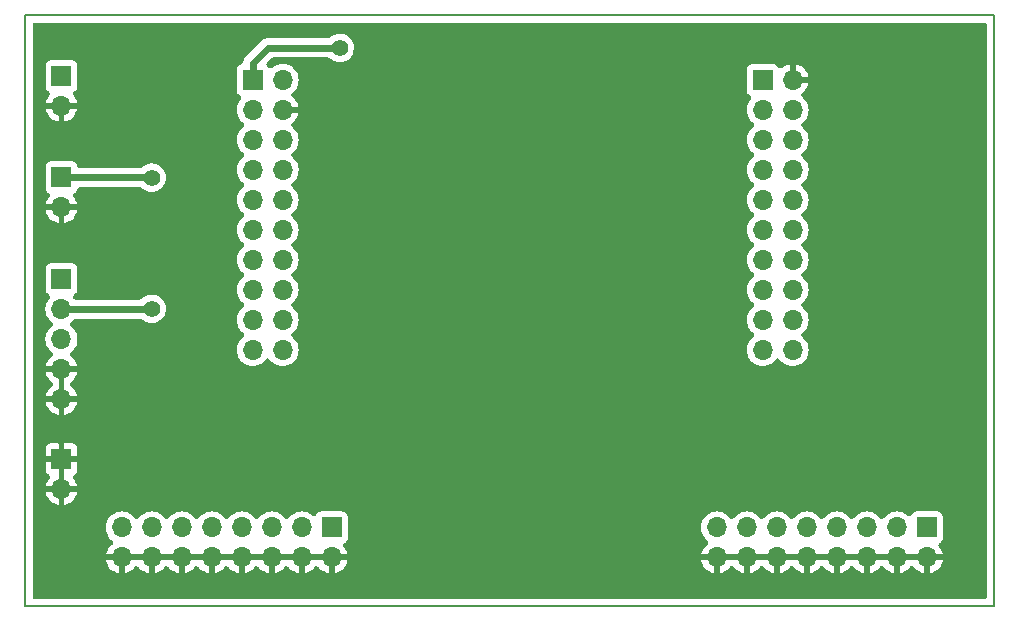
<source format=gbl>
G04 #@! TF.GenerationSoftware,KiCad,Pcbnew,(6.0.6)*
G04 #@! TF.CreationDate,2024-05-12T15:36:13+02:00*
G04 #@! TF.ProjectId,pynq-buck-adapter,70796e71-2d62-4756-936b-2d6164617074,rev?*
G04 #@! TF.SameCoordinates,Original*
G04 #@! TF.FileFunction,Copper,L2,Bot*
G04 #@! TF.FilePolarity,Positive*
%FSLAX46Y46*%
G04 Gerber Fmt 4.6, Leading zero omitted, Abs format (unit mm)*
G04 Created by KiCad (PCBNEW (6.0.6)) date 2024-05-12 15:36:13*
%MOMM*%
%LPD*%
G01*
G04 APERTURE LIST*
G04 #@! TA.AperFunction,NonConductor*
%ADD10C,0.200000*%
G04 #@! TD*
G04 #@! TA.AperFunction,ComponentPad*
%ADD11R,1.700000X1.700000*%
G04 #@! TD*
G04 #@! TA.AperFunction,ComponentPad*
%ADD12O,1.700000X1.700000*%
G04 #@! TD*
G04 #@! TA.AperFunction,ViaPad*
%ADD13C,1.400000*%
G04 #@! TD*
G04 #@! TA.AperFunction,Conductor*
%ADD14C,0.600000*%
G04 #@! TD*
G04 APERTURE END LIST*
D10*
X119150000Y-73800000D02*
X37150000Y-73800000D01*
X119150000Y-23800000D02*
X119150000Y-73800000D01*
X37150000Y-73800000D02*
X37150000Y-23800000D01*
X37150000Y-23800000D02*
X119150000Y-23800000D01*
D11*
X40200000Y-61375000D03*
D12*
X40200000Y-63915000D03*
D11*
X40200000Y-37510000D03*
D12*
X40200000Y-40050000D03*
D11*
X113475000Y-67150000D03*
D12*
X113475000Y-69690000D03*
X110935000Y-67150000D03*
X110935000Y-69690000D03*
X108395000Y-67150000D03*
X108395000Y-69690000D03*
X105855000Y-67150000D03*
X105855000Y-69690000D03*
X103315000Y-67150000D03*
X103315000Y-69690000D03*
X100775000Y-67150000D03*
X100775000Y-69690000D03*
X98235000Y-67150000D03*
X98235000Y-69690000D03*
X95695000Y-67150000D03*
X95695000Y-69690000D03*
D11*
X40200000Y-28910000D03*
D12*
X40200000Y-31450000D03*
X102110000Y-52110000D03*
X99570000Y-52110000D03*
X102110000Y-49570000D03*
X99570000Y-49570000D03*
X102110000Y-47030000D03*
X99570000Y-47030000D03*
X102110000Y-44490000D03*
X99570000Y-44490000D03*
X102110000Y-41950000D03*
X99570000Y-41950000D03*
X102110000Y-39410000D03*
X99570000Y-39410000D03*
X102110000Y-36870000D03*
X99570000Y-36870000D03*
X102110000Y-34330000D03*
X99570000Y-34330000D03*
X102110000Y-31790000D03*
X99570000Y-31790000D03*
X102110000Y-29250000D03*
D11*
X99570000Y-29250000D03*
D12*
X58930000Y-52110000D03*
X56390000Y-52110000D03*
X58930000Y-49570000D03*
X56390000Y-49570000D03*
X58930000Y-47030000D03*
X56390000Y-47030000D03*
X58930000Y-44490000D03*
X56390000Y-44490000D03*
X58930000Y-41950000D03*
X56390000Y-41950000D03*
X58930000Y-39410000D03*
X56390000Y-39410000D03*
X58930000Y-36870000D03*
X56390000Y-36870000D03*
X58930000Y-34330000D03*
X56390000Y-34330000D03*
X58930000Y-31790000D03*
X56390000Y-31790000D03*
X58930000Y-29250000D03*
D11*
X56390000Y-29250000D03*
X63075000Y-67150000D03*
D12*
X63075000Y-69690000D03*
X60535000Y-67150000D03*
X60535000Y-69690000D03*
X57995000Y-67150000D03*
X57995000Y-69690000D03*
X55455000Y-67150000D03*
X55455000Y-69690000D03*
X52915000Y-67150000D03*
X52915000Y-69690000D03*
X50375000Y-67150000D03*
X50375000Y-69690000D03*
X47835000Y-67150000D03*
X47835000Y-69690000D03*
X45295000Y-67150000D03*
X45295000Y-69690000D03*
D11*
X40200000Y-46120000D03*
D12*
X40200000Y-48660000D03*
X40200000Y-51200000D03*
X40200000Y-53740000D03*
X40200000Y-56280000D03*
D13*
X92300000Y-63100000D03*
X88200000Y-30650000D03*
X63750000Y-26550000D03*
X79950000Y-34550000D03*
X80500000Y-59850000D03*
X115000000Y-43900000D03*
X105200000Y-30900000D03*
X105450000Y-35700000D03*
X49500000Y-29600000D03*
X43550000Y-44550000D03*
X101250000Y-58200000D03*
X64250000Y-63850000D03*
X51450000Y-42400000D03*
X47835000Y-37535000D03*
X47835000Y-48635000D03*
D14*
X56390000Y-27810000D02*
X56390000Y-29250000D01*
X57650000Y-26550000D02*
X56390000Y-27810000D01*
X63750000Y-26550000D02*
X57650000Y-26550000D01*
X47810000Y-37510000D02*
X47835000Y-37535000D01*
X40200000Y-37510000D02*
X47810000Y-37510000D01*
X47810000Y-48660000D02*
X47835000Y-48635000D01*
X40200000Y-48660000D02*
X47810000Y-48660000D01*
G04 #@! TA.AperFunction,Conductor*
G36*
X118395788Y-24419454D02*
G01*
X118476570Y-24473430D01*
X118530546Y-24554212D01*
X118549500Y-24649500D01*
X118549500Y-72950500D01*
X118530546Y-73045788D01*
X118476570Y-73126570D01*
X118395788Y-73180546D01*
X118300500Y-73199500D01*
X37999500Y-73199500D01*
X37904212Y-73180546D01*
X37823430Y-73126570D01*
X37769454Y-73045788D01*
X37750500Y-72950500D01*
X37750500Y-69948257D01*
X43967600Y-69948257D01*
X43968590Y-69955771D01*
X44018754Y-70142985D01*
X44026166Y-70163348D01*
X44116805Y-70357725D01*
X44127635Y-70376482D01*
X44250653Y-70552170D01*
X44264576Y-70568764D01*
X44416239Y-70720427D01*
X44432823Y-70734343D01*
X44608522Y-70857369D01*
X44627268Y-70868192D01*
X44821657Y-70958837D01*
X44842014Y-70966246D01*
X45021309Y-71014288D01*
X45042123Y-71015652D01*
X45044011Y-71011825D01*
X45045000Y-71004311D01*
X45045000Y-70996109D01*
X45545000Y-70996109D01*
X45549069Y-71016567D01*
X45553257Y-71017400D01*
X45560771Y-71016410D01*
X45747986Y-70966246D01*
X45768343Y-70958837D01*
X45962732Y-70868192D01*
X45981478Y-70857369D01*
X46157177Y-70734343D01*
X46173761Y-70720427D01*
X46325424Y-70568764D01*
X46339350Y-70552167D01*
X46361032Y-70521202D01*
X46431213Y-70454018D01*
X46521763Y-70418806D01*
X46618894Y-70420925D01*
X46707821Y-70460055D01*
X46768968Y-70521202D01*
X46790650Y-70552167D01*
X46804576Y-70568764D01*
X46956239Y-70720427D01*
X46972823Y-70734343D01*
X47148522Y-70857369D01*
X47167268Y-70868192D01*
X47361657Y-70958837D01*
X47382014Y-70966246D01*
X47561309Y-71014288D01*
X47582123Y-71015652D01*
X47584011Y-71011825D01*
X47585000Y-71004311D01*
X47585000Y-70996109D01*
X48085000Y-70996109D01*
X48089069Y-71016567D01*
X48093257Y-71017400D01*
X48100771Y-71016410D01*
X48287986Y-70966246D01*
X48308343Y-70958837D01*
X48502732Y-70868192D01*
X48521478Y-70857369D01*
X48697177Y-70734343D01*
X48713761Y-70720427D01*
X48865424Y-70568764D01*
X48879350Y-70552167D01*
X48901032Y-70521202D01*
X48971213Y-70454018D01*
X49061763Y-70418806D01*
X49158894Y-70420925D01*
X49247821Y-70460055D01*
X49308968Y-70521202D01*
X49330650Y-70552167D01*
X49344576Y-70568764D01*
X49496239Y-70720427D01*
X49512823Y-70734343D01*
X49688522Y-70857369D01*
X49707268Y-70868192D01*
X49901657Y-70958837D01*
X49922014Y-70966246D01*
X50101309Y-71014288D01*
X50122123Y-71015652D01*
X50124011Y-71011825D01*
X50125000Y-71004311D01*
X50125000Y-70996109D01*
X50625000Y-70996109D01*
X50629069Y-71016567D01*
X50633257Y-71017400D01*
X50640771Y-71016410D01*
X50827986Y-70966246D01*
X50848343Y-70958837D01*
X51042732Y-70868192D01*
X51061478Y-70857369D01*
X51237177Y-70734343D01*
X51253761Y-70720427D01*
X51405424Y-70568764D01*
X51419350Y-70552167D01*
X51441032Y-70521202D01*
X51511213Y-70454018D01*
X51601763Y-70418806D01*
X51698894Y-70420925D01*
X51787821Y-70460055D01*
X51848968Y-70521202D01*
X51870650Y-70552167D01*
X51884576Y-70568764D01*
X52036239Y-70720427D01*
X52052823Y-70734343D01*
X52228522Y-70857369D01*
X52247268Y-70868192D01*
X52441657Y-70958837D01*
X52462014Y-70966246D01*
X52641309Y-71014288D01*
X52662123Y-71015652D01*
X52664011Y-71011825D01*
X52665000Y-71004311D01*
X52665000Y-70996109D01*
X53165000Y-70996109D01*
X53169069Y-71016567D01*
X53173257Y-71017400D01*
X53180771Y-71016410D01*
X53367986Y-70966246D01*
X53388343Y-70958837D01*
X53582732Y-70868192D01*
X53601478Y-70857369D01*
X53777177Y-70734343D01*
X53793761Y-70720427D01*
X53945424Y-70568764D01*
X53959350Y-70552167D01*
X53981032Y-70521202D01*
X54051213Y-70454018D01*
X54141763Y-70418806D01*
X54238894Y-70420925D01*
X54327821Y-70460055D01*
X54388968Y-70521202D01*
X54410650Y-70552167D01*
X54424576Y-70568764D01*
X54576239Y-70720427D01*
X54592823Y-70734343D01*
X54768522Y-70857369D01*
X54787268Y-70868192D01*
X54981657Y-70958837D01*
X55002014Y-70966246D01*
X55181309Y-71014288D01*
X55202123Y-71015652D01*
X55204011Y-71011825D01*
X55205000Y-71004311D01*
X55205000Y-70996109D01*
X55705000Y-70996109D01*
X55709069Y-71016567D01*
X55713257Y-71017400D01*
X55720771Y-71016410D01*
X55907986Y-70966246D01*
X55928343Y-70958837D01*
X56122732Y-70868192D01*
X56141478Y-70857369D01*
X56317177Y-70734343D01*
X56333761Y-70720427D01*
X56485424Y-70568764D01*
X56499350Y-70552167D01*
X56521032Y-70521202D01*
X56591213Y-70454018D01*
X56681763Y-70418806D01*
X56778894Y-70420925D01*
X56867821Y-70460055D01*
X56928968Y-70521202D01*
X56950650Y-70552167D01*
X56964576Y-70568764D01*
X57116239Y-70720427D01*
X57132823Y-70734343D01*
X57308522Y-70857369D01*
X57327268Y-70868192D01*
X57521657Y-70958837D01*
X57542014Y-70966246D01*
X57721309Y-71014288D01*
X57742123Y-71015652D01*
X57744011Y-71011825D01*
X57745000Y-71004311D01*
X57745000Y-70996109D01*
X58245000Y-70996109D01*
X58249069Y-71016567D01*
X58253257Y-71017400D01*
X58260771Y-71016410D01*
X58447986Y-70966246D01*
X58468343Y-70958837D01*
X58662732Y-70868192D01*
X58681478Y-70857369D01*
X58857177Y-70734343D01*
X58873761Y-70720427D01*
X59025424Y-70568764D01*
X59039350Y-70552167D01*
X59061032Y-70521202D01*
X59131213Y-70454018D01*
X59221763Y-70418806D01*
X59318894Y-70420925D01*
X59407821Y-70460055D01*
X59468968Y-70521202D01*
X59490650Y-70552167D01*
X59504576Y-70568764D01*
X59656239Y-70720427D01*
X59672823Y-70734343D01*
X59848522Y-70857369D01*
X59867268Y-70868192D01*
X60061657Y-70958837D01*
X60082014Y-70966246D01*
X60261309Y-71014288D01*
X60282123Y-71015652D01*
X60284011Y-71011825D01*
X60285000Y-71004311D01*
X60285000Y-70996109D01*
X60785000Y-70996109D01*
X60789069Y-71016567D01*
X60793257Y-71017400D01*
X60800771Y-71016410D01*
X60987986Y-70966246D01*
X61008343Y-70958837D01*
X61202732Y-70868192D01*
X61221478Y-70857369D01*
X61397177Y-70734343D01*
X61413761Y-70720427D01*
X61565424Y-70568764D01*
X61579350Y-70552167D01*
X61601032Y-70521202D01*
X61671213Y-70454018D01*
X61761763Y-70418806D01*
X61858894Y-70420925D01*
X61947821Y-70460055D01*
X62008968Y-70521202D01*
X62030650Y-70552167D01*
X62044576Y-70568764D01*
X62196239Y-70720427D01*
X62212823Y-70734343D01*
X62388522Y-70857369D01*
X62407268Y-70868192D01*
X62601657Y-70958837D01*
X62622014Y-70966246D01*
X62801309Y-71014288D01*
X62822123Y-71015652D01*
X62824011Y-71011825D01*
X62825000Y-71004311D01*
X62825000Y-70996109D01*
X63325000Y-70996109D01*
X63329069Y-71016567D01*
X63333257Y-71017400D01*
X63340771Y-71016410D01*
X63527986Y-70966246D01*
X63548343Y-70958837D01*
X63742732Y-70868192D01*
X63761478Y-70857369D01*
X63937177Y-70734343D01*
X63953761Y-70720427D01*
X64105424Y-70568764D01*
X64119347Y-70552170D01*
X64242365Y-70376482D01*
X64253195Y-70357725D01*
X64343834Y-70163348D01*
X64351246Y-70142985D01*
X64399288Y-69963691D01*
X64400299Y-69948257D01*
X94367600Y-69948257D01*
X94368590Y-69955771D01*
X94418754Y-70142985D01*
X94426166Y-70163348D01*
X94516805Y-70357725D01*
X94527635Y-70376482D01*
X94650653Y-70552170D01*
X94664576Y-70568764D01*
X94816239Y-70720427D01*
X94832823Y-70734343D01*
X95008522Y-70857369D01*
X95027268Y-70868192D01*
X95221657Y-70958837D01*
X95242014Y-70966246D01*
X95421309Y-71014288D01*
X95442123Y-71015652D01*
X95444011Y-71011825D01*
X95445000Y-71004311D01*
X95445000Y-70996109D01*
X95945000Y-70996109D01*
X95949069Y-71016567D01*
X95953257Y-71017400D01*
X95960771Y-71016410D01*
X96147986Y-70966246D01*
X96168343Y-70958837D01*
X96362732Y-70868192D01*
X96381478Y-70857369D01*
X96557177Y-70734343D01*
X96573761Y-70720427D01*
X96725424Y-70568764D01*
X96739350Y-70552167D01*
X96761032Y-70521202D01*
X96831213Y-70454018D01*
X96921763Y-70418806D01*
X97018894Y-70420925D01*
X97107821Y-70460055D01*
X97168968Y-70521202D01*
X97190650Y-70552167D01*
X97204576Y-70568764D01*
X97356239Y-70720427D01*
X97372823Y-70734343D01*
X97548522Y-70857369D01*
X97567268Y-70868192D01*
X97761657Y-70958837D01*
X97782014Y-70966246D01*
X97961309Y-71014288D01*
X97982123Y-71015652D01*
X97984011Y-71011825D01*
X97985000Y-71004311D01*
X97985000Y-70996109D01*
X98485000Y-70996109D01*
X98489069Y-71016567D01*
X98493257Y-71017400D01*
X98500771Y-71016410D01*
X98687986Y-70966246D01*
X98708343Y-70958837D01*
X98902732Y-70868192D01*
X98921478Y-70857369D01*
X99097177Y-70734343D01*
X99113761Y-70720427D01*
X99265424Y-70568764D01*
X99279350Y-70552167D01*
X99301032Y-70521202D01*
X99371213Y-70454018D01*
X99461763Y-70418806D01*
X99558894Y-70420925D01*
X99647821Y-70460055D01*
X99708968Y-70521202D01*
X99730650Y-70552167D01*
X99744576Y-70568764D01*
X99896239Y-70720427D01*
X99912823Y-70734343D01*
X100088522Y-70857369D01*
X100107268Y-70868192D01*
X100301657Y-70958837D01*
X100322014Y-70966246D01*
X100501309Y-71014288D01*
X100522123Y-71015652D01*
X100524011Y-71011825D01*
X100525000Y-71004311D01*
X100525000Y-70996109D01*
X101025000Y-70996109D01*
X101029069Y-71016567D01*
X101033257Y-71017400D01*
X101040771Y-71016410D01*
X101227986Y-70966246D01*
X101248343Y-70958837D01*
X101442732Y-70868192D01*
X101461478Y-70857369D01*
X101637177Y-70734343D01*
X101653761Y-70720427D01*
X101805424Y-70568764D01*
X101819350Y-70552167D01*
X101841032Y-70521202D01*
X101911213Y-70454018D01*
X102001763Y-70418806D01*
X102098894Y-70420925D01*
X102187821Y-70460055D01*
X102248968Y-70521202D01*
X102270650Y-70552167D01*
X102284576Y-70568764D01*
X102436239Y-70720427D01*
X102452823Y-70734343D01*
X102628522Y-70857369D01*
X102647268Y-70868192D01*
X102841657Y-70958837D01*
X102862014Y-70966246D01*
X103041309Y-71014288D01*
X103062123Y-71015652D01*
X103064011Y-71011825D01*
X103065000Y-71004311D01*
X103065000Y-70996109D01*
X103565000Y-70996109D01*
X103569069Y-71016567D01*
X103573257Y-71017400D01*
X103580771Y-71016410D01*
X103767986Y-70966246D01*
X103788343Y-70958837D01*
X103982732Y-70868192D01*
X104001478Y-70857369D01*
X104177177Y-70734343D01*
X104193761Y-70720427D01*
X104345424Y-70568764D01*
X104359350Y-70552167D01*
X104381032Y-70521202D01*
X104451213Y-70454018D01*
X104541763Y-70418806D01*
X104638894Y-70420925D01*
X104727821Y-70460055D01*
X104788968Y-70521202D01*
X104810650Y-70552167D01*
X104824576Y-70568764D01*
X104976239Y-70720427D01*
X104992823Y-70734343D01*
X105168522Y-70857369D01*
X105187268Y-70868192D01*
X105381657Y-70958837D01*
X105402014Y-70966246D01*
X105581309Y-71014288D01*
X105602123Y-71015652D01*
X105604011Y-71011825D01*
X105605000Y-71004311D01*
X105605000Y-70996109D01*
X106105000Y-70996109D01*
X106109069Y-71016567D01*
X106113257Y-71017400D01*
X106120771Y-71016410D01*
X106307986Y-70966246D01*
X106328343Y-70958837D01*
X106522732Y-70868192D01*
X106541478Y-70857369D01*
X106717177Y-70734343D01*
X106733761Y-70720427D01*
X106885424Y-70568764D01*
X106899350Y-70552167D01*
X106921032Y-70521202D01*
X106991213Y-70454018D01*
X107081763Y-70418806D01*
X107178894Y-70420925D01*
X107267821Y-70460055D01*
X107328968Y-70521202D01*
X107350650Y-70552167D01*
X107364576Y-70568764D01*
X107516239Y-70720427D01*
X107532823Y-70734343D01*
X107708522Y-70857369D01*
X107727268Y-70868192D01*
X107921657Y-70958837D01*
X107942014Y-70966246D01*
X108121309Y-71014288D01*
X108142123Y-71015652D01*
X108144011Y-71011825D01*
X108145000Y-71004311D01*
X108145000Y-70996109D01*
X108645000Y-70996109D01*
X108649069Y-71016567D01*
X108653257Y-71017400D01*
X108660771Y-71016410D01*
X108847986Y-70966246D01*
X108868343Y-70958837D01*
X109062732Y-70868192D01*
X109081478Y-70857369D01*
X109257177Y-70734343D01*
X109273761Y-70720427D01*
X109425424Y-70568764D01*
X109439350Y-70552167D01*
X109461032Y-70521202D01*
X109531213Y-70454018D01*
X109621763Y-70418806D01*
X109718894Y-70420925D01*
X109807821Y-70460055D01*
X109868968Y-70521202D01*
X109890650Y-70552167D01*
X109904576Y-70568764D01*
X110056239Y-70720427D01*
X110072823Y-70734343D01*
X110248522Y-70857369D01*
X110267268Y-70868192D01*
X110461657Y-70958837D01*
X110482014Y-70966246D01*
X110661309Y-71014288D01*
X110682123Y-71015652D01*
X110684011Y-71011825D01*
X110685000Y-71004311D01*
X110685000Y-70996109D01*
X111185000Y-70996109D01*
X111189069Y-71016567D01*
X111193257Y-71017400D01*
X111200771Y-71016410D01*
X111387986Y-70966246D01*
X111408343Y-70958837D01*
X111602732Y-70868192D01*
X111621478Y-70857369D01*
X111797177Y-70734343D01*
X111813761Y-70720427D01*
X111965424Y-70568764D01*
X111979350Y-70552167D01*
X112001032Y-70521202D01*
X112071213Y-70454018D01*
X112161763Y-70418806D01*
X112258894Y-70420925D01*
X112347821Y-70460055D01*
X112408968Y-70521202D01*
X112430650Y-70552167D01*
X112444576Y-70568764D01*
X112596239Y-70720427D01*
X112612823Y-70734343D01*
X112788522Y-70857369D01*
X112807268Y-70868192D01*
X113001657Y-70958837D01*
X113022014Y-70966246D01*
X113201309Y-71014288D01*
X113222123Y-71015652D01*
X113224011Y-71011825D01*
X113225000Y-71004311D01*
X113225000Y-70996109D01*
X113725000Y-70996109D01*
X113729069Y-71016567D01*
X113733257Y-71017400D01*
X113740771Y-71016410D01*
X113927986Y-70966246D01*
X113948343Y-70958837D01*
X114142732Y-70868192D01*
X114161478Y-70857369D01*
X114337177Y-70734343D01*
X114353761Y-70720427D01*
X114505424Y-70568764D01*
X114519347Y-70552170D01*
X114642365Y-70376482D01*
X114653195Y-70357725D01*
X114743834Y-70163348D01*
X114751246Y-70142985D01*
X114799288Y-69963691D01*
X114800652Y-69942877D01*
X114796825Y-69940989D01*
X114789311Y-69940000D01*
X113749527Y-69940000D01*
X113729069Y-69944069D01*
X113725000Y-69964527D01*
X113725000Y-70996109D01*
X113225000Y-70996109D01*
X113225000Y-69964527D01*
X113220931Y-69944069D01*
X113200473Y-69940000D01*
X111209527Y-69940000D01*
X111189069Y-69944069D01*
X111185000Y-69964527D01*
X111185000Y-70996109D01*
X110685000Y-70996109D01*
X110685000Y-69964527D01*
X110680931Y-69944069D01*
X110660473Y-69940000D01*
X108669527Y-69940000D01*
X108649069Y-69944069D01*
X108645000Y-69964527D01*
X108645000Y-70996109D01*
X108145000Y-70996109D01*
X108145000Y-69964527D01*
X108140931Y-69944069D01*
X108120473Y-69940000D01*
X106129527Y-69940000D01*
X106109069Y-69944069D01*
X106105000Y-69964527D01*
X106105000Y-70996109D01*
X105605000Y-70996109D01*
X105605000Y-69964527D01*
X105600931Y-69944069D01*
X105580473Y-69940000D01*
X103589527Y-69940000D01*
X103569069Y-69944069D01*
X103565000Y-69964527D01*
X103565000Y-70996109D01*
X103065000Y-70996109D01*
X103065000Y-69964527D01*
X103060931Y-69944069D01*
X103040473Y-69940000D01*
X101049527Y-69940000D01*
X101029069Y-69944069D01*
X101025000Y-69964527D01*
X101025000Y-70996109D01*
X100525000Y-70996109D01*
X100525000Y-69964527D01*
X100520931Y-69944069D01*
X100500473Y-69940000D01*
X98509527Y-69940000D01*
X98489069Y-69944069D01*
X98485000Y-69964527D01*
X98485000Y-70996109D01*
X97985000Y-70996109D01*
X97985000Y-69964527D01*
X97980931Y-69944069D01*
X97960473Y-69940000D01*
X95969527Y-69940000D01*
X95949069Y-69944069D01*
X95945000Y-69964527D01*
X95945000Y-70996109D01*
X95445000Y-70996109D01*
X95445000Y-69964527D01*
X95440931Y-69944069D01*
X95420473Y-69940000D01*
X94388891Y-69940000D01*
X94368433Y-69944069D01*
X94367600Y-69948257D01*
X64400299Y-69948257D01*
X64400652Y-69942877D01*
X64396825Y-69940989D01*
X64389311Y-69940000D01*
X63349527Y-69940000D01*
X63329069Y-69944069D01*
X63325000Y-69964527D01*
X63325000Y-70996109D01*
X62825000Y-70996109D01*
X62825000Y-69964527D01*
X62820931Y-69944069D01*
X62800473Y-69940000D01*
X60809527Y-69940000D01*
X60789069Y-69944069D01*
X60785000Y-69964527D01*
X60785000Y-70996109D01*
X60285000Y-70996109D01*
X60285000Y-69964527D01*
X60280931Y-69944069D01*
X60260473Y-69940000D01*
X58269527Y-69940000D01*
X58249069Y-69944069D01*
X58245000Y-69964527D01*
X58245000Y-70996109D01*
X57745000Y-70996109D01*
X57745000Y-69964527D01*
X57740931Y-69944069D01*
X57720473Y-69940000D01*
X55729527Y-69940000D01*
X55709069Y-69944069D01*
X55705000Y-69964527D01*
X55705000Y-70996109D01*
X55205000Y-70996109D01*
X55205000Y-69964527D01*
X55200931Y-69944069D01*
X55180473Y-69940000D01*
X53189527Y-69940000D01*
X53169069Y-69944069D01*
X53165000Y-69964527D01*
X53165000Y-70996109D01*
X52665000Y-70996109D01*
X52665000Y-69964527D01*
X52660931Y-69944069D01*
X52640473Y-69940000D01*
X50649527Y-69940000D01*
X50629069Y-69944069D01*
X50625000Y-69964527D01*
X50625000Y-70996109D01*
X50125000Y-70996109D01*
X50125000Y-69964527D01*
X50120931Y-69944069D01*
X50100473Y-69940000D01*
X48109527Y-69940000D01*
X48089069Y-69944069D01*
X48085000Y-69964527D01*
X48085000Y-70996109D01*
X47585000Y-70996109D01*
X47585000Y-69964527D01*
X47580931Y-69944069D01*
X47560473Y-69940000D01*
X45569527Y-69940000D01*
X45549069Y-69944069D01*
X45545000Y-69964527D01*
X45545000Y-70996109D01*
X45045000Y-70996109D01*
X45045000Y-69964527D01*
X45040931Y-69944069D01*
X45020473Y-69940000D01*
X43988891Y-69940000D01*
X43968433Y-69944069D01*
X43967600Y-69948257D01*
X37750500Y-69948257D01*
X37750500Y-67150000D01*
X43939341Y-67150000D01*
X43959937Y-67385408D01*
X44021097Y-67613663D01*
X44120965Y-67827829D01*
X44256505Y-68021401D01*
X44423599Y-68188495D01*
X44432501Y-68194728D01*
X44432503Y-68194730D01*
X44463362Y-68216338D01*
X44530545Y-68286520D01*
X44565757Y-68377069D01*
X44563637Y-68474201D01*
X44524508Y-68563128D01*
X44463361Y-68624274D01*
X44432833Y-68645650D01*
X44416236Y-68659576D01*
X44264576Y-68811236D01*
X44250653Y-68827830D01*
X44127635Y-69003518D01*
X44116805Y-69022275D01*
X44026166Y-69216652D01*
X44018754Y-69237015D01*
X43970712Y-69416309D01*
X43969348Y-69437123D01*
X43973175Y-69439011D01*
X43980689Y-69440000D01*
X64381109Y-69440000D01*
X64401567Y-69435931D01*
X64402400Y-69431743D01*
X64401410Y-69424229D01*
X64351246Y-69237015D01*
X64343834Y-69216652D01*
X64253195Y-69022275D01*
X64242365Y-69003518D01*
X64119347Y-68827829D01*
X64107196Y-68813348D01*
X64060467Y-68728169D01*
X64049891Y-68631591D01*
X64077079Y-68538318D01*
X64137891Y-68462549D01*
X64163178Y-68445268D01*
X64167824Y-68443526D01*
X64182014Y-68432891D01*
X64182016Y-68432890D01*
X64268348Y-68368187D01*
X64282546Y-68357546D01*
X64368526Y-68242824D01*
X64418851Y-68108580D01*
X64425500Y-68047377D01*
X64425499Y-67150000D01*
X94339341Y-67150000D01*
X94359937Y-67385408D01*
X94421097Y-67613663D01*
X94520965Y-67827829D01*
X94656505Y-68021401D01*
X94823599Y-68188495D01*
X94832501Y-68194728D01*
X94832503Y-68194730D01*
X94863362Y-68216338D01*
X94930545Y-68286520D01*
X94965757Y-68377069D01*
X94963637Y-68474201D01*
X94924508Y-68563128D01*
X94863361Y-68624274D01*
X94832833Y-68645650D01*
X94816236Y-68659576D01*
X94664576Y-68811236D01*
X94650653Y-68827830D01*
X94527635Y-69003518D01*
X94516805Y-69022275D01*
X94426166Y-69216652D01*
X94418754Y-69237015D01*
X94370712Y-69416309D01*
X94369348Y-69437123D01*
X94373175Y-69439011D01*
X94380689Y-69440000D01*
X114781109Y-69440000D01*
X114801567Y-69435931D01*
X114802400Y-69431743D01*
X114801410Y-69424229D01*
X114751246Y-69237015D01*
X114743834Y-69216652D01*
X114653195Y-69022275D01*
X114642365Y-69003518D01*
X114519347Y-68827829D01*
X114507196Y-68813348D01*
X114460467Y-68728169D01*
X114449891Y-68631591D01*
X114477079Y-68538318D01*
X114537891Y-68462549D01*
X114563178Y-68445268D01*
X114567824Y-68443526D01*
X114582014Y-68432891D01*
X114582016Y-68432890D01*
X114668348Y-68368187D01*
X114682546Y-68357546D01*
X114768526Y-68242824D01*
X114818851Y-68108580D01*
X114825500Y-68047377D01*
X114825499Y-66252624D01*
X114818851Y-66191420D01*
X114768526Y-66057176D01*
X114682546Y-65942454D01*
X114567824Y-65856474D01*
X114464529Y-65817751D01*
X114448196Y-65811628D01*
X114448195Y-65811628D01*
X114433580Y-65806149D01*
X114372377Y-65799500D01*
X113475600Y-65799500D01*
X112577624Y-65799501D01*
X112516420Y-65806149D01*
X112382176Y-65856474D01*
X112267454Y-65942454D01*
X112184208Y-66053528D01*
X112184203Y-66053534D01*
X112181474Y-66057176D01*
X112181277Y-66057028D01*
X112127970Y-66120666D01*
X112041831Y-66165600D01*
X111945053Y-66174150D01*
X111852369Y-66145014D01*
X111813008Y-66118112D01*
X111806401Y-66111505D01*
X111797501Y-66105273D01*
X111621729Y-65982196D01*
X111621728Y-65982195D01*
X111612830Y-65975965D01*
X111602985Y-65971374D01*
X111602983Y-65971373D01*
X111518146Y-65931813D01*
X111398663Y-65876097D01*
X111388165Y-65873284D01*
X111388162Y-65873283D01*
X111284535Y-65845517D01*
X111170408Y-65814937D01*
X111159575Y-65813989D01*
X111159574Y-65813989D01*
X110945835Y-65795289D01*
X110935000Y-65794341D01*
X110924165Y-65795289D01*
X110710426Y-65813989D01*
X110710425Y-65813989D01*
X110699592Y-65814937D01*
X110471337Y-65876097D01*
X110461484Y-65880691D01*
X110461480Y-65880693D01*
X110267027Y-65971369D01*
X110257171Y-65975965D01*
X110063599Y-66111505D01*
X109896505Y-66278599D01*
X109868968Y-66317926D01*
X109798789Y-66385109D01*
X109708240Y-66420322D01*
X109611108Y-66418203D01*
X109522181Y-66379075D01*
X109461032Y-66317926D01*
X109433495Y-66278599D01*
X109266401Y-66111505D01*
X109257501Y-66105273D01*
X109257500Y-66105272D01*
X109081729Y-65982196D01*
X109081728Y-65982195D01*
X109072830Y-65975965D01*
X109062985Y-65971374D01*
X109062983Y-65971373D01*
X108978146Y-65931813D01*
X108858663Y-65876097D01*
X108848165Y-65873284D01*
X108848162Y-65873283D01*
X108744535Y-65845517D01*
X108630408Y-65814937D01*
X108619575Y-65813989D01*
X108619574Y-65813989D01*
X108405835Y-65795289D01*
X108395000Y-65794341D01*
X108384165Y-65795289D01*
X108170426Y-65813989D01*
X108170425Y-65813989D01*
X108159592Y-65814937D01*
X107931337Y-65876097D01*
X107921484Y-65880691D01*
X107921480Y-65880693D01*
X107727027Y-65971369D01*
X107717171Y-65975965D01*
X107523599Y-66111505D01*
X107356505Y-66278599D01*
X107328968Y-66317926D01*
X107258789Y-66385109D01*
X107168240Y-66420322D01*
X107071108Y-66418203D01*
X106982181Y-66379075D01*
X106921032Y-66317926D01*
X106893495Y-66278599D01*
X106726401Y-66111505D01*
X106717501Y-66105273D01*
X106717500Y-66105272D01*
X106541729Y-65982196D01*
X106541728Y-65982195D01*
X106532830Y-65975965D01*
X106522985Y-65971374D01*
X106522983Y-65971373D01*
X106438146Y-65931813D01*
X106318663Y-65876097D01*
X106308165Y-65873284D01*
X106308162Y-65873283D01*
X106204535Y-65845517D01*
X106090408Y-65814937D01*
X106079575Y-65813989D01*
X106079574Y-65813989D01*
X105865835Y-65795289D01*
X105855000Y-65794341D01*
X105844165Y-65795289D01*
X105630426Y-65813989D01*
X105630425Y-65813989D01*
X105619592Y-65814937D01*
X105391337Y-65876097D01*
X105381484Y-65880691D01*
X105381480Y-65880693D01*
X105187027Y-65971369D01*
X105177171Y-65975965D01*
X104983599Y-66111505D01*
X104816505Y-66278599D01*
X104788968Y-66317926D01*
X104718789Y-66385109D01*
X104628240Y-66420322D01*
X104531108Y-66418203D01*
X104442181Y-66379075D01*
X104381032Y-66317926D01*
X104353495Y-66278599D01*
X104186401Y-66111505D01*
X104177501Y-66105273D01*
X104177500Y-66105272D01*
X104001729Y-65982196D01*
X104001728Y-65982195D01*
X103992830Y-65975965D01*
X103982985Y-65971374D01*
X103982983Y-65971373D01*
X103898146Y-65931813D01*
X103778663Y-65876097D01*
X103768165Y-65873284D01*
X103768162Y-65873283D01*
X103664535Y-65845517D01*
X103550408Y-65814937D01*
X103539575Y-65813989D01*
X103539574Y-65813989D01*
X103325835Y-65795289D01*
X103315000Y-65794341D01*
X103304165Y-65795289D01*
X103090426Y-65813989D01*
X103090425Y-65813989D01*
X103079592Y-65814937D01*
X102851337Y-65876097D01*
X102841484Y-65880691D01*
X102841480Y-65880693D01*
X102647027Y-65971369D01*
X102637171Y-65975965D01*
X102443599Y-66111505D01*
X102276505Y-66278599D01*
X102248968Y-66317926D01*
X102178789Y-66385109D01*
X102088240Y-66420322D01*
X101991108Y-66418203D01*
X101902181Y-66379075D01*
X101841032Y-66317926D01*
X101813495Y-66278599D01*
X101646401Y-66111505D01*
X101637501Y-66105273D01*
X101637500Y-66105272D01*
X101461729Y-65982196D01*
X101461728Y-65982195D01*
X101452830Y-65975965D01*
X101442985Y-65971374D01*
X101442983Y-65971373D01*
X101358146Y-65931813D01*
X101238663Y-65876097D01*
X101228165Y-65873284D01*
X101228162Y-65873283D01*
X101124535Y-65845517D01*
X101010408Y-65814937D01*
X100999575Y-65813989D01*
X100999574Y-65813989D01*
X100785835Y-65795289D01*
X100775000Y-65794341D01*
X100764165Y-65795289D01*
X100550426Y-65813989D01*
X100550425Y-65813989D01*
X100539592Y-65814937D01*
X100311337Y-65876097D01*
X100301484Y-65880691D01*
X100301480Y-65880693D01*
X100107027Y-65971369D01*
X100097171Y-65975965D01*
X99903599Y-66111505D01*
X99736505Y-66278599D01*
X99708968Y-66317926D01*
X99638789Y-66385109D01*
X99548240Y-66420322D01*
X99451108Y-66418203D01*
X99362181Y-66379075D01*
X99301032Y-66317926D01*
X99273495Y-66278599D01*
X99106401Y-66111505D01*
X99097501Y-66105273D01*
X99097500Y-66105272D01*
X98921729Y-65982196D01*
X98921728Y-65982195D01*
X98912830Y-65975965D01*
X98902985Y-65971374D01*
X98902983Y-65971373D01*
X98818146Y-65931813D01*
X98698663Y-65876097D01*
X98688165Y-65873284D01*
X98688162Y-65873283D01*
X98584535Y-65845517D01*
X98470408Y-65814937D01*
X98459575Y-65813989D01*
X98459574Y-65813989D01*
X98245835Y-65795289D01*
X98235000Y-65794341D01*
X98224165Y-65795289D01*
X98010426Y-65813989D01*
X98010425Y-65813989D01*
X97999592Y-65814937D01*
X97771337Y-65876097D01*
X97761484Y-65880691D01*
X97761480Y-65880693D01*
X97567027Y-65971369D01*
X97557171Y-65975965D01*
X97363599Y-66111505D01*
X97196505Y-66278599D01*
X97168968Y-66317926D01*
X97098789Y-66385109D01*
X97008240Y-66420322D01*
X96911108Y-66418203D01*
X96822181Y-66379075D01*
X96761032Y-66317926D01*
X96733495Y-66278599D01*
X96566401Y-66111505D01*
X96557501Y-66105273D01*
X96557500Y-66105272D01*
X96381729Y-65982196D01*
X96381728Y-65982195D01*
X96372830Y-65975965D01*
X96362985Y-65971374D01*
X96362983Y-65971373D01*
X96278146Y-65931813D01*
X96158663Y-65876097D01*
X96148165Y-65873284D01*
X96148162Y-65873283D01*
X96044535Y-65845517D01*
X95930408Y-65814937D01*
X95919575Y-65813989D01*
X95919574Y-65813989D01*
X95705835Y-65795289D01*
X95695000Y-65794341D01*
X95684165Y-65795289D01*
X95470426Y-65813989D01*
X95470425Y-65813989D01*
X95459592Y-65814937D01*
X95231337Y-65876097D01*
X95221484Y-65880691D01*
X95221480Y-65880693D01*
X95027027Y-65971369D01*
X95017171Y-65975965D01*
X94823599Y-66111505D01*
X94656505Y-66278599D01*
X94520965Y-66472171D01*
X94421097Y-66686337D01*
X94359937Y-66914592D01*
X94339341Y-67150000D01*
X64425499Y-67150000D01*
X64425499Y-66252624D01*
X64418851Y-66191420D01*
X64368526Y-66057176D01*
X64282546Y-65942454D01*
X64167824Y-65856474D01*
X64064529Y-65817751D01*
X64048196Y-65811628D01*
X64048195Y-65811628D01*
X64033580Y-65806149D01*
X63972377Y-65799500D01*
X63075600Y-65799500D01*
X62177624Y-65799501D01*
X62116420Y-65806149D01*
X61982176Y-65856474D01*
X61867454Y-65942454D01*
X61784208Y-66053528D01*
X61784203Y-66053534D01*
X61781474Y-66057176D01*
X61781277Y-66057028D01*
X61727970Y-66120666D01*
X61641831Y-66165600D01*
X61545053Y-66174150D01*
X61452369Y-66145014D01*
X61413008Y-66118112D01*
X61406401Y-66111505D01*
X61397501Y-66105273D01*
X61221729Y-65982196D01*
X61221728Y-65982195D01*
X61212830Y-65975965D01*
X61202985Y-65971374D01*
X61202983Y-65971373D01*
X61118146Y-65931813D01*
X60998663Y-65876097D01*
X60988165Y-65873284D01*
X60988162Y-65873283D01*
X60884535Y-65845517D01*
X60770408Y-65814937D01*
X60759575Y-65813989D01*
X60759574Y-65813989D01*
X60545835Y-65795289D01*
X60535000Y-65794341D01*
X60524165Y-65795289D01*
X60310426Y-65813989D01*
X60310425Y-65813989D01*
X60299592Y-65814937D01*
X60071337Y-65876097D01*
X60061484Y-65880691D01*
X60061480Y-65880693D01*
X59867027Y-65971369D01*
X59857171Y-65975965D01*
X59663599Y-66111505D01*
X59496505Y-66278599D01*
X59468968Y-66317926D01*
X59398789Y-66385109D01*
X59308240Y-66420322D01*
X59211108Y-66418203D01*
X59122181Y-66379075D01*
X59061032Y-66317926D01*
X59033495Y-66278599D01*
X58866401Y-66111505D01*
X58857501Y-66105273D01*
X58857500Y-66105272D01*
X58681729Y-65982196D01*
X58681728Y-65982195D01*
X58672830Y-65975965D01*
X58662985Y-65971374D01*
X58662983Y-65971373D01*
X58578146Y-65931813D01*
X58458663Y-65876097D01*
X58448165Y-65873284D01*
X58448162Y-65873283D01*
X58344535Y-65845517D01*
X58230408Y-65814937D01*
X58219575Y-65813989D01*
X58219574Y-65813989D01*
X58005835Y-65795289D01*
X57995000Y-65794341D01*
X57984165Y-65795289D01*
X57770426Y-65813989D01*
X57770425Y-65813989D01*
X57759592Y-65814937D01*
X57531337Y-65876097D01*
X57521484Y-65880691D01*
X57521480Y-65880693D01*
X57327027Y-65971369D01*
X57317171Y-65975965D01*
X57123599Y-66111505D01*
X56956505Y-66278599D01*
X56928968Y-66317926D01*
X56858789Y-66385109D01*
X56768240Y-66420322D01*
X56671108Y-66418203D01*
X56582181Y-66379075D01*
X56521032Y-66317926D01*
X56493495Y-66278599D01*
X56326401Y-66111505D01*
X56317501Y-66105273D01*
X56317500Y-66105272D01*
X56141729Y-65982196D01*
X56141728Y-65982195D01*
X56132830Y-65975965D01*
X56122985Y-65971374D01*
X56122983Y-65971373D01*
X56038146Y-65931813D01*
X55918663Y-65876097D01*
X55908165Y-65873284D01*
X55908162Y-65873283D01*
X55804535Y-65845517D01*
X55690408Y-65814937D01*
X55679575Y-65813989D01*
X55679574Y-65813989D01*
X55465835Y-65795289D01*
X55455000Y-65794341D01*
X55444165Y-65795289D01*
X55230426Y-65813989D01*
X55230425Y-65813989D01*
X55219592Y-65814937D01*
X54991337Y-65876097D01*
X54981484Y-65880691D01*
X54981480Y-65880693D01*
X54787027Y-65971369D01*
X54777171Y-65975965D01*
X54583599Y-66111505D01*
X54416505Y-66278599D01*
X54388968Y-66317926D01*
X54318789Y-66385109D01*
X54228240Y-66420322D01*
X54131108Y-66418203D01*
X54042181Y-66379075D01*
X53981032Y-66317926D01*
X53953495Y-66278599D01*
X53786401Y-66111505D01*
X53777501Y-66105273D01*
X53777500Y-66105272D01*
X53601729Y-65982196D01*
X53601728Y-65982195D01*
X53592830Y-65975965D01*
X53582985Y-65971374D01*
X53582983Y-65971373D01*
X53498146Y-65931813D01*
X53378663Y-65876097D01*
X53368165Y-65873284D01*
X53368162Y-65873283D01*
X53264535Y-65845517D01*
X53150408Y-65814937D01*
X53139575Y-65813989D01*
X53139574Y-65813989D01*
X52925835Y-65795289D01*
X52915000Y-65794341D01*
X52904165Y-65795289D01*
X52690426Y-65813989D01*
X52690425Y-65813989D01*
X52679592Y-65814937D01*
X52451337Y-65876097D01*
X52441484Y-65880691D01*
X52441480Y-65880693D01*
X52247027Y-65971369D01*
X52237171Y-65975965D01*
X52043599Y-66111505D01*
X51876505Y-66278599D01*
X51848968Y-66317926D01*
X51778789Y-66385109D01*
X51688240Y-66420322D01*
X51591108Y-66418203D01*
X51502181Y-66379075D01*
X51441032Y-66317926D01*
X51413495Y-66278599D01*
X51246401Y-66111505D01*
X51237501Y-66105273D01*
X51237500Y-66105272D01*
X51061729Y-65982196D01*
X51061728Y-65982195D01*
X51052830Y-65975965D01*
X51042985Y-65971374D01*
X51042983Y-65971373D01*
X50958146Y-65931813D01*
X50838663Y-65876097D01*
X50828165Y-65873284D01*
X50828162Y-65873283D01*
X50724535Y-65845517D01*
X50610408Y-65814937D01*
X50599575Y-65813989D01*
X50599574Y-65813989D01*
X50385835Y-65795289D01*
X50375000Y-65794341D01*
X50364165Y-65795289D01*
X50150426Y-65813989D01*
X50150425Y-65813989D01*
X50139592Y-65814937D01*
X49911337Y-65876097D01*
X49901484Y-65880691D01*
X49901480Y-65880693D01*
X49707027Y-65971369D01*
X49697171Y-65975965D01*
X49503599Y-66111505D01*
X49336505Y-66278599D01*
X49308968Y-66317926D01*
X49238789Y-66385109D01*
X49148240Y-66420322D01*
X49051108Y-66418203D01*
X48962181Y-66379075D01*
X48901032Y-66317926D01*
X48873495Y-66278599D01*
X48706401Y-66111505D01*
X48697501Y-66105273D01*
X48697500Y-66105272D01*
X48521729Y-65982196D01*
X48521728Y-65982195D01*
X48512830Y-65975965D01*
X48502985Y-65971374D01*
X48502983Y-65971373D01*
X48418146Y-65931813D01*
X48298663Y-65876097D01*
X48288165Y-65873284D01*
X48288162Y-65873283D01*
X48184535Y-65845517D01*
X48070408Y-65814937D01*
X48059575Y-65813989D01*
X48059574Y-65813989D01*
X47845835Y-65795289D01*
X47835000Y-65794341D01*
X47824165Y-65795289D01*
X47610426Y-65813989D01*
X47610425Y-65813989D01*
X47599592Y-65814937D01*
X47371337Y-65876097D01*
X47361484Y-65880691D01*
X47361480Y-65880693D01*
X47167027Y-65971369D01*
X47157171Y-65975965D01*
X46963599Y-66111505D01*
X46796505Y-66278599D01*
X46768968Y-66317926D01*
X46698789Y-66385109D01*
X46608240Y-66420322D01*
X46511108Y-66418203D01*
X46422181Y-66379075D01*
X46361032Y-66317926D01*
X46333495Y-66278599D01*
X46166401Y-66111505D01*
X46157501Y-66105273D01*
X46157500Y-66105272D01*
X45981729Y-65982196D01*
X45981728Y-65982195D01*
X45972830Y-65975965D01*
X45962985Y-65971374D01*
X45962983Y-65971373D01*
X45878146Y-65931813D01*
X45758663Y-65876097D01*
X45748165Y-65873284D01*
X45748162Y-65873283D01*
X45644535Y-65845517D01*
X45530408Y-65814937D01*
X45519575Y-65813989D01*
X45519574Y-65813989D01*
X45305835Y-65795289D01*
X45295000Y-65794341D01*
X45284165Y-65795289D01*
X45070426Y-65813989D01*
X45070425Y-65813989D01*
X45059592Y-65814937D01*
X44831337Y-65876097D01*
X44821484Y-65880691D01*
X44821480Y-65880693D01*
X44627027Y-65971369D01*
X44617171Y-65975965D01*
X44423599Y-66111505D01*
X44256505Y-66278599D01*
X44120965Y-66472171D01*
X44021097Y-66686337D01*
X43959937Y-66914592D01*
X43939341Y-67150000D01*
X37750500Y-67150000D01*
X37750500Y-64173257D01*
X38872600Y-64173257D01*
X38873590Y-64180771D01*
X38923754Y-64367985D01*
X38931166Y-64388348D01*
X39021805Y-64582725D01*
X39032635Y-64601482D01*
X39155653Y-64777170D01*
X39169576Y-64793764D01*
X39321239Y-64945427D01*
X39337823Y-64959343D01*
X39513522Y-65082369D01*
X39532268Y-65093192D01*
X39726657Y-65183837D01*
X39747014Y-65191246D01*
X39926309Y-65239288D01*
X39947123Y-65240652D01*
X39949011Y-65236825D01*
X39950000Y-65229311D01*
X39950000Y-65221109D01*
X40450000Y-65221109D01*
X40454069Y-65241567D01*
X40458257Y-65242400D01*
X40465771Y-65241410D01*
X40652986Y-65191246D01*
X40673343Y-65183837D01*
X40867732Y-65093192D01*
X40886478Y-65082369D01*
X41062177Y-64959343D01*
X41078761Y-64945427D01*
X41230424Y-64793764D01*
X41244347Y-64777170D01*
X41367365Y-64601482D01*
X41378195Y-64582725D01*
X41468834Y-64388348D01*
X41476246Y-64367985D01*
X41524288Y-64188691D01*
X41525652Y-64167877D01*
X41521825Y-64165989D01*
X41514311Y-64165000D01*
X40474527Y-64165000D01*
X40454069Y-64169069D01*
X40450000Y-64189527D01*
X40450000Y-65221109D01*
X39950000Y-65221109D01*
X39950000Y-64189527D01*
X39945931Y-64169069D01*
X39925473Y-64165000D01*
X38893891Y-64165000D01*
X38873433Y-64169069D01*
X38872600Y-64173257D01*
X37750500Y-64173257D01*
X37750500Y-62265593D01*
X38850000Y-62265593D01*
X38850727Y-62279028D01*
X38854956Y-62317955D01*
X38862122Y-62348089D01*
X38900691Y-62450973D01*
X38917554Y-62481774D01*
X38982171Y-62567992D01*
X39007008Y-62592829D01*
X39093225Y-62657445D01*
X39096960Y-62659490D01*
X39105521Y-62666661D01*
X39107419Y-62668083D01*
X39107342Y-62668186D01*
X39171440Y-62721873D01*
X39216378Y-62808011D01*
X39224932Y-62904788D01*
X39195799Y-62997473D01*
X39168137Y-63037951D01*
X39155652Y-63052831D01*
X39032635Y-63228518D01*
X39021805Y-63247275D01*
X38931166Y-63441652D01*
X38923754Y-63462015D01*
X38875712Y-63641309D01*
X38874348Y-63662123D01*
X38878175Y-63664011D01*
X38885689Y-63665000D01*
X39925473Y-63665000D01*
X39945931Y-63660931D01*
X39950000Y-63640473D01*
X40450000Y-63640473D01*
X40454069Y-63660931D01*
X40474527Y-63665000D01*
X41506109Y-63665000D01*
X41526567Y-63660931D01*
X41527400Y-63656743D01*
X41526410Y-63649229D01*
X41476246Y-63462015D01*
X41468834Y-63441652D01*
X41378195Y-63247275D01*
X41367365Y-63228518D01*
X41244348Y-63052831D01*
X41231863Y-63037951D01*
X41185135Y-62952771D01*
X41174560Y-62856193D01*
X41201749Y-62762920D01*
X41262562Y-62687152D01*
X41303040Y-62659490D01*
X41306775Y-62657445D01*
X41392992Y-62592829D01*
X41417829Y-62567992D01*
X41482446Y-62481774D01*
X41499309Y-62450973D01*
X41537878Y-62348089D01*
X41545044Y-62317955D01*
X41549273Y-62279028D01*
X41550000Y-62265593D01*
X41550000Y-61649527D01*
X41545931Y-61629069D01*
X41525473Y-61625000D01*
X40474527Y-61625000D01*
X40454069Y-61629069D01*
X40450000Y-61649527D01*
X40450000Y-63640473D01*
X39950000Y-63640473D01*
X39950000Y-61649527D01*
X39945931Y-61629069D01*
X39925473Y-61625000D01*
X38874527Y-61625000D01*
X38854069Y-61629069D01*
X38850000Y-61649527D01*
X38850000Y-62265593D01*
X37750500Y-62265593D01*
X37750500Y-61100473D01*
X38850000Y-61100473D01*
X38854069Y-61120931D01*
X38874527Y-61125000D01*
X39925473Y-61125000D01*
X39945931Y-61120931D01*
X39950000Y-61100473D01*
X40450000Y-61100473D01*
X40454069Y-61120931D01*
X40474527Y-61125000D01*
X41525473Y-61125000D01*
X41545931Y-61120931D01*
X41550000Y-61100473D01*
X41550000Y-60484407D01*
X41549273Y-60470972D01*
X41545044Y-60432045D01*
X41537878Y-60401911D01*
X41499309Y-60299027D01*
X41482446Y-60268226D01*
X41417829Y-60182008D01*
X41392992Y-60157171D01*
X41306774Y-60092554D01*
X41275973Y-60075691D01*
X41173089Y-60037122D01*
X41142955Y-60029956D01*
X41104028Y-60025727D01*
X41090593Y-60025000D01*
X40474527Y-60025000D01*
X40454069Y-60029069D01*
X40450000Y-60049527D01*
X40450000Y-61100473D01*
X39950000Y-61100473D01*
X39950000Y-60049527D01*
X39945931Y-60029069D01*
X39925473Y-60025000D01*
X39309407Y-60025000D01*
X39295972Y-60025727D01*
X39257045Y-60029956D01*
X39226911Y-60037122D01*
X39124027Y-60075691D01*
X39093226Y-60092554D01*
X39007008Y-60157171D01*
X38982171Y-60182008D01*
X38917554Y-60268226D01*
X38900691Y-60299027D01*
X38862122Y-60401911D01*
X38854956Y-60432045D01*
X38850727Y-60470972D01*
X38850000Y-60484407D01*
X38850000Y-61100473D01*
X37750500Y-61100473D01*
X37750500Y-56538257D01*
X38872600Y-56538257D01*
X38873590Y-56545771D01*
X38923754Y-56732985D01*
X38931166Y-56753348D01*
X39021805Y-56947725D01*
X39032635Y-56966482D01*
X39155653Y-57142170D01*
X39169576Y-57158764D01*
X39321239Y-57310427D01*
X39337823Y-57324343D01*
X39513522Y-57447369D01*
X39532268Y-57458192D01*
X39726657Y-57548837D01*
X39747014Y-57556246D01*
X39926309Y-57604288D01*
X39947123Y-57605652D01*
X39949011Y-57601825D01*
X39950000Y-57594311D01*
X39950000Y-57586109D01*
X40450000Y-57586109D01*
X40454069Y-57606567D01*
X40458257Y-57607400D01*
X40465771Y-57606410D01*
X40652986Y-57556246D01*
X40673343Y-57548837D01*
X40867732Y-57458192D01*
X40886478Y-57447369D01*
X41062177Y-57324343D01*
X41078761Y-57310427D01*
X41230424Y-57158764D01*
X41244347Y-57142170D01*
X41367365Y-56966482D01*
X41378195Y-56947725D01*
X41468834Y-56753348D01*
X41476246Y-56732985D01*
X41524288Y-56553691D01*
X41525652Y-56532877D01*
X41521825Y-56530989D01*
X41514311Y-56530000D01*
X40474527Y-56530000D01*
X40454069Y-56534069D01*
X40450000Y-56554527D01*
X40450000Y-57586109D01*
X39950000Y-57586109D01*
X39950000Y-56554527D01*
X39945931Y-56534069D01*
X39925473Y-56530000D01*
X38893891Y-56530000D01*
X38873433Y-56534069D01*
X38872600Y-56538257D01*
X37750500Y-56538257D01*
X37750500Y-53998257D01*
X38872600Y-53998257D01*
X38873590Y-54005771D01*
X38923754Y-54192985D01*
X38931166Y-54213348D01*
X39021805Y-54407725D01*
X39032635Y-54426482D01*
X39155653Y-54602170D01*
X39169576Y-54618764D01*
X39321239Y-54770427D01*
X39337825Y-54784344D01*
X39368796Y-54806030D01*
X39435980Y-54876211D01*
X39471194Y-54966760D01*
X39469075Y-55063892D01*
X39429947Y-55152819D01*
X39368798Y-55213968D01*
X39337833Y-55235650D01*
X39321236Y-55249576D01*
X39169576Y-55401236D01*
X39155653Y-55417830D01*
X39032635Y-55593518D01*
X39021805Y-55612275D01*
X38931166Y-55806652D01*
X38923754Y-55827015D01*
X38875712Y-56006309D01*
X38874348Y-56027123D01*
X38878175Y-56029011D01*
X38885689Y-56030000D01*
X39925473Y-56030000D01*
X39945931Y-56025931D01*
X39950000Y-56005473D01*
X40450000Y-56005473D01*
X40454069Y-56025931D01*
X40474527Y-56030000D01*
X41506109Y-56030000D01*
X41526567Y-56025931D01*
X41527400Y-56021743D01*
X41526410Y-56014229D01*
X41476246Y-55827015D01*
X41468834Y-55806652D01*
X41378195Y-55612275D01*
X41367365Y-55593518D01*
X41244347Y-55417830D01*
X41230424Y-55401236D01*
X41078761Y-55249573D01*
X41062169Y-55235651D01*
X41031203Y-55213968D01*
X40964019Y-55143787D01*
X40928807Y-55053237D01*
X40930926Y-54956106D01*
X40970056Y-54867179D01*
X41031203Y-54806032D01*
X41062169Y-54784349D01*
X41078761Y-54770427D01*
X41230424Y-54618764D01*
X41244347Y-54602170D01*
X41367365Y-54426482D01*
X41378195Y-54407725D01*
X41468834Y-54213348D01*
X41476246Y-54192985D01*
X41524288Y-54013691D01*
X41525652Y-53992877D01*
X41521825Y-53990989D01*
X41514311Y-53990000D01*
X40474527Y-53990000D01*
X40454069Y-53994069D01*
X40450000Y-54014527D01*
X40450000Y-56005473D01*
X39950000Y-56005473D01*
X39950000Y-54014527D01*
X39945931Y-53994069D01*
X39925473Y-53990000D01*
X38893891Y-53990000D01*
X38873433Y-53994069D01*
X38872600Y-53998257D01*
X37750500Y-53998257D01*
X37750500Y-51200000D01*
X38844341Y-51200000D01*
X38864937Y-51435408D01*
X38926097Y-51663663D01*
X39025965Y-51877829D01*
X39161505Y-52071401D01*
X39328599Y-52238495D01*
X39337501Y-52244728D01*
X39337503Y-52244730D01*
X39368362Y-52266338D01*
X39435545Y-52336520D01*
X39470757Y-52427069D01*
X39468637Y-52524201D01*
X39429508Y-52613128D01*
X39368361Y-52674274D01*
X39337833Y-52695650D01*
X39321236Y-52709576D01*
X39169576Y-52861236D01*
X39155653Y-52877830D01*
X39032635Y-53053518D01*
X39021805Y-53072275D01*
X38931166Y-53266652D01*
X38923754Y-53287015D01*
X38875712Y-53466309D01*
X38874348Y-53487123D01*
X38878175Y-53489011D01*
X38885689Y-53490000D01*
X41506109Y-53490000D01*
X41526567Y-53485931D01*
X41527400Y-53481743D01*
X41526410Y-53474229D01*
X41476246Y-53287015D01*
X41468834Y-53266652D01*
X41378195Y-53072275D01*
X41367365Y-53053518D01*
X41244347Y-52877830D01*
X41230424Y-52861236D01*
X41078761Y-52709573D01*
X41062175Y-52695656D01*
X41031641Y-52674276D01*
X40964457Y-52604095D01*
X40929243Y-52513546D01*
X40931362Y-52416415D01*
X40970490Y-52327487D01*
X41031638Y-52266338D01*
X41062497Y-52244730D01*
X41062499Y-52244728D01*
X41071401Y-52238495D01*
X41199896Y-52110000D01*
X55034341Y-52110000D01*
X55054937Y-52345408D01*
X55116097Y-52573663D01*
X55120691Y-52583516D01*
X55120693Y-52583520D01*
X55179473Y-52709573D01*
X55215965Y-52787829D01*
X55351505Y-52981401D01*
X55518599Y-53148495D01*
X55527497Y-53154725D01*
X55527500Y-53154728D01*
X55703271Y-53277804D01*
X55712170Y-53284035D01*
X55722015Y-53288626D01*
X55722017Y-53288627D01*
X55798945Y-53324499D01*
X55926337Y-53383903D01*
X55936835Y-53386716D01*
X55936838Y-53386717D01*
X56040465Y-53414483D01*
X56154592Y-53445063D01*
X56165425Y-53446011D01*
X56165426Y-53446011D01*
X56379165Y-53464711D01*
X56390000Y-53465659D01*
X56400835Y-53464711D01*
X56614574Y-53446011D01*
X56614575Y-53446011D01*
X56625408Y-53445063D01*
X56739535Y-53414483D01*
X56843162Y-53386717D01*
X56843165Y-53386716D01*
X56853663Y-53383903D01*
X56981055Y-53324499D01*
X57057983Y-53288627D01*
X57057985Y-53288626D01*
X57067830Y-53284035D01*
X57076729Y-53277804D01*
X57252500Y-53154728D01*
X57252503Y-53154725D01*
X57261401Y-53148495D01*
X57428495Y-52981401D01*
X57456032Y-52942074D01*
X57526211Y-52874891D01*
X57616760Y-52839678D01*
X57713892Y-52841797D01*
X57802819Y-52880925D01*
X57863968Y-52942074D01*
X57891505Y-52981401D01*
X58058599Y-53148495D01*
X58067497Y-53154725D01*
X58067500Y-53154728D01*
X58243271Y-53277804D01*
X58252170Y-53284035D01*
X58262015Y-53288626D01*
X58262017Y-53288627D01*
X58338945Y-53324499D01*
X58466337Y-53383903D01*
X58476835Y-53386716D01*
X58476838Y-53386717D01*
X58580465Y-53414483D01*
X58694592Y-53445063D01*
X58705425Y-53446011D01*
X58705426Y-53446011D01*
X58919165Y-53464711D01*
X58930000Y-53465659D01*
X58940835Y-53464711D01*
X59154574Y-53446011D01*
X59154575Y-53446011D01*
X59165408Y-53445063D01*
X59279535Y-53414483D01*
X59383162Y-53386717D01*
X59383165Y-53386716D01*
X59393663Y-53383903D01*
X59521055Y-53324499D01*
X59597983Y-53288627D01*
X59597985Y-53288626D01*
X59607830Y-53284035D01*
X59616729Y-53277804D01*
X59792500Y-53154728D01*
X59792503Y-53154725D01*
X59801401Y-53148495D01*
X59968495Y-52981401D01*
X60104035Y-52787829D01*
X60140527Y-52709573D01*
X60199307Y-52583520D01*
X60199309Y-52583516D01*
X60203903Y-52573663D01*
X60265063Y-52345408D01*
X60285659Y-52110000D01*
X98214341Y-52110000D01*
X98234937Y-52345408D01*
X98296097Y-52573663D01*
X98300691Y-52583516D01*
X98300693Y-52583520D01*
X98359473Y-52709573D01*
X98395965Y-52787829D01*
X98531505Y-52981401D01*
X98698599Y-53148495D01*
X98707497Y-53154725D01*
X98707500Y-53154728D01*
X98883271Y-53277804D01*
X98892170Y-53284035D01*
X98902015Y-53288626D01*
X98902017Y-53288627D01*
X98978945Y-53324499D01*
X99106337Y-53383903D01*
X99116835Y-53386716D01*
X99116838Y-53386717D01*
X99220465Y-53414483D01*
X99334592Y-53445063D01*
X99345425Y-53446011D01*
X99345426Y-53446011D01*
X99559165Y-53464711D01*
X99570000Y-53465659D01*
X99580835Y-53464711D01*
X99794574Y-53446011D01*
X99794575Y-53446011D01*
X99805408Y-53445063D01*
X99919535Y-53414483D01*
X100023162Y-53386717D01*
X100023165Y-53386716D01*
X100033663Y-53383903D01*
X100161055Y-53324499D01*
X100237983Y-53288627D01*
X100237985Y-53288626D01*
X100247830Y-53284035D01*
X100256729Y-53277804D01*
X100432500Y-53154728D01*
X100432503Y-53154725D01*
X100441401Y-53148495D01*
X100608495Y-52981401D01*
X100636032Y-52942074D01*
X100706211Y-52874891D01*
X100796760Y-52839678D01*
X100893892Y-52841797D01*
X100982819Y-52880925D01*
X101043968Y-52942074D01*
X101071505Y-52981401D01*
X101238599Y-53148495D01*
X101247497Y-53154725D01*
X101247500Y-53154728D01*
X101423271Y-53277804D01*
X101432170Y-53284035D01*
X101442015Y-53288626D01*
X101442017Y-53288627D01*
X101518945Y-53324499D01*
X101646337Y-53383903D01*
X101656835Y-53386716D01*
X101656838Y-53386717D01*
X101760465Y-53414483D01*
X101874592Y-53445063D01*
X101885425Y-53446011D01*
X101885426Y-53446011D01*
X102099165Y-53464711D01*
X102110000Y-53465659D01*
X102120835Y-53464711D01*
X102334574Y-53446011D01*
X102334575Y-53446011D01*
X102345408Y-53445063D01*
X102459535Y-53414483D01*
X102563162Y-53386717D01*
X102563165Y-53386716D01*
X102573663Y-53383903D01*
X102701055Y-53324499D01*
X102777983Y-53288627D01*
X102777985Y-53288626D01*
X102787830Y-53284035D01*
X102796729Y-53277804D01*
X102972500Y-53154728D01*
X102972503Y-53154725D01*
X102981401Y-53148495D01*
X103148495Y-52981401D01*
X103284035Y-52787829D01*
X103320527Y-52709573D01*
X103379307Y-52583520D01*
X103379309Y-52583516D01*
X103383903Y-52573663D01*
X103445063Y-52345408D01*
X103465659Y-52110000D01*
X103445063Y-51874592D01*
X103383903Y-51646337D01*
X103284035Y-51432171D01*
X103148495Y-51238599D01*
X102981401Y-51071505D01*
X102972497Y-51065270D01*
X102942075Y-51043968D01*
X102874892Y-50973786D01*
X102839680Y-50883237D01*
X102841800Y-50786105D01*
X102880929Y-50697178D01*
X102942075Y-50636032D01*
X102972497Y-50614730D01*
X102972499Y-50614728D01*
X102981401Y-50608495D01*
X103148495Y-50441401D01*
X103284035Y-50247829D01*
X103324289Y-50161505D01*
X103379307Y-50043520D01*
X103379309Y-50043516D01*
X103383903Y-50033663D01*
X103445063Y-49805408D01*
X103465659Y-49570000D01*
X103445063Y-49334592D01*
X103383903Y-49106337D01*
X103284035Y-48892171D01*
X103148495Y-48698599D01*
X102981401Y-48531505D01*
X102972497Y-48525270D01*
X102942075Y-48503968D01*
X102874892Y-48433786D01*
X102839680Y-48343237D01*
X102841800Y-48246105D01*
X102880929Y-48157178D01*
X102942075Y-48096032D01*
X102972497Y-48074730D01*
X102972499Y-48074728D01*
X102981401Y-48068495D01*
X103148495Y-47901401D01*
X103250118Y-47756268D01*
X103277797Y-47716738D01*
X103277798Y-47716737D01*
X103284035Y-47707829D01*
X103356155Y-47553169D01*
X103379307Y-47503520D01*
X103379309Y-47503516D01*
X103383903Y-47493663D01*
X103445063Y-47265408D01*
X103465659Y-47030000D01*
X103445063Y-46794592D01*
X103383903Y-46566337D01*
X103284035Y-46352171D01*
X103148495Y-46158599D01*
X102981401Y-45991505D01*
X102972497Y-45985270D01*
X102942075Y-45963968D01*
X102874892Y-45893786D01*
X102839680Y-45803237D01*
X102841800Y-45706105D01*
X102880929Y-45617178D01*
X102942075Y-45556032D01*
X102972497Y-45534730D01*
X102972499Y-45534728D01*
X102981401Y-45528495D01*
X103148495Y-45361401D01*
X103284035Y-45167829D01*
X103349623Y-45027176D01*
X103379307Y-44963520D01*
X103379309Y-44963516D01*
X103383903Y-44953663D01*
X103445063Y-44725408D01*
X103465659Y-44490000D01*
X103445063Y-44254592D01*
X103383903Y-44026337D01*
X103284035Y-43812171D01*
X103148495Y-43618599D01*
X102981401Y-43451505D01*
X102972497Y-43445270D01*
X102942075Y-43423968D01*
X102874892Y-43353786D01*
X102839680Y-43263237D01*
X102841800Y-43166105D01*
X102880929Y-43077178D01*
X102942075Y-43016032D01*
X102972497Y-42994730D01*
X102972499Y-42994728D01*
X102981401Y-42988495D01*
X103148495Y-42821401D01*
X103284035Y-42627829D01*
X103383903Y-42413663D01*
X103445063Y-42185408D01*
X103465659Y-41950000D01*
X103445063Y-41714592D01*
X103383903Y-41486337D01*
X103333105Y-41377400D01*
X103288631Y-41282027D01*
X103284035Y-41272171D01*
X103148495Y-41078599D01*
X102981401Y-40911505D01*
X102972497Y-40905270D01*
X102942075Y-40883968D01*
X102874892Y-40813786D01*
X102839680Y-40723237D01*
X102841800Y-40626105D01*
X102880929Y-40537178D01*
X102942075Y-40476032D01*
X102972497Y-40454730D01*
X102972499Y-40454728D01*
X102981401Y-40448495D01*
X103148495Y-40281401D01*
X103284035Y-40087829D01*
X103383903Y-39873663D01*
X103445063Y-39645408D01*
X103465659Y-39410000D01*
X103445063Y-39174592D01*
X103383903Y-38946337D01*
X103361512Y-38898318D01*
X103288631Y-38742027D01*
X103284035Y-38732171D01*
X103148495Y-38538599D01*
X102981401Y-38371505D01*
X102972497Y-38365270D01*
X102942075Y-38343968D01*
X102874892Y-38273786D01*
X102839680Y-38183237D01*
X102841800Y-38086105D01*
X102880929Y-37997178D01*
X102942075Y-37936032D01*
X102972497Y-37914730D01*
X102972499Y-37914728D01*
X102981401Y-37908495D01*
X103148495Y-37741401D01*
X103284035Y-37547829D01*
X103383903Y-37333663D01*
X103445063Y-37105408D01*
X103465659Y-36870000D01*
X103450461Y-36696286D01*
X103446011Y-36645426D01*
X103446011Y-36645425D01*
X103445063Y-36634592D01*
X103383903Y-36406337D01*
X103371159Y-36379006D01*
X103288631Y-36202027D01*
X103284035Y-36192171D01*
X103148495Y-35998599D01*
X102981401Y-35831505D01*
X102972497Y-35825270D01*
X102942075Y-35803968D01*
X102874892Y-35733786D01*
X102839680Y-35643237D01*
X102841800Y-35546105D01*
X102880929Y-35457178D01*
X102942075Y-35396032D01*
X102972497Y-35374730D01*
X102972499Y-35374728D01*
X102981401Y-35368495D01*
X103148495Y-35201401D01*
X103284035Y-35007829D01*
X103383903Y-34793663D01*
X103445063Y-34565408D01*
X103465659Y-34330000D01*
X103445063Y-34094592D01*
X103383903Y-33866337D01*
X103284035Y-33652171D01*
X103148495Y-33458599D01*
X102981401Y-33291505D01*
X102972497Y-33285270D01*
X102942075Y-33263968D01*
X102874892Y-33193786D01*
X102839680Y-33103237D01*
X102841800Y-33006105D01*
X102880929Y-32917178D01*
X102942075Y-32856032D01*
X102972497Y-32834730D01*
X102972499Y-32834728D01*
X102981401Y-32828495D01*
X103148495Y-32661401D01*
X103284035Y-32467829D01*
X103383903Y-32253663D01*
X103445063Y-32025408D01*
X103465659Y-31790000D01*
X103445063Y-31554592D01*
X103383903Y-31326337D01*
X103324530Y-31199011D01*
X103288631Y-31122027D01*
X103284035Y-31112171D01*
X103148495Y-30918599D01*
X102981401Y-30751505D01*
X102972497Y-30745270D01*
X102941638Y-30723662D01*
X102874455Y-30653480D01*
X102839243Y-30562931D01*
X102841363Y-30465799D01*
X102880492Y-30376872D01*
X102941641Y-30315724D01*
X102972175Y-30294344D01*
X102988761Y-30280427D01*
X103140424Y-30128764D01*
X103154347Y-30112170D01*
X103277365Y-29936482D01*
X103288195Y-29917725D01*
X103378834Y-29723348D01*
X103386246Y-29702985D01*
X103434288Y-29523691D01*
X103435652Y-29502877D01*
X103431825Y-29500989D01*
X103424311Y-29500000D01*
X102109000Y-29500000D01*
X102013712Y-29481046D01*
X101932930Y-29427070D01*
X101878954Y-29346288D01*
X101860000Y-29251000D01*
X101860000Y-28975473D01*
X102360000Y-28975473D01*
X102364069Y-28995931D01*
X102384527Y-29000000D01*
X103416109Y-29000000D01*
X103436567Y-28995931D01*
X103437400Y-28991743D01*
X103436410Y-28984229D01*
X103386246Y-28797015D01*
X103378834Y-28776652D01*
X103288195Y-28582275D01*
X103277365Y-28563518D01*
X103154347Y-28387830D01*
X103140424Y-28371236D01*
X102988761Y-28219573D01*
X102972177Y-28205657D01*
X102796478Y-28082631D01*
X102777732Y-28071808D01*
X102583343Y-27981163D01*
X102562986Y-27973754D01*
X102383691Y-27925712D01*
X102362877Y-27924348D01*
X102360989Y-27928175D01*
X102360000Y-27935689D01*
X102360000Y-28975473D01*
X101860000Y-28975473D01*
X101860000Y-27943891D01*
X101855931Y-27923433D01*
X101851743Y-27922600D01*
X101844229Y-27923590D01*
X101657015Y-27973754D01*
X101636652Y-27981166D01*
X101442275Y-28071805D01*
X101423518Y-28082635D01*
X101247829Y-28205653D01*
X101233348Y-28217804D01*
X101148169Y-28264533D01*
X101051591Y-28275109D01*
X100958318Y-28247921D01*
X100882549Y-28187109D01*
X100865268Y-28161822D01*
X100863526Y-28157176D01*
X100852888Y-28142981D01*
X100788187Y-28056652D01*
X100777546Y-28042454D01*
X100662824Y-27956474D01*
X100616288Y-27939029D01*
X100543196Y-27911628D01*
X100543195Y-27911628D01*
X100528580Y-27906149D01*
X100467377Y-27899500D01*
X99570600Y-27899500D01*
X98672624Y-27899501D01*
X98611420Y-27906149D01*
X98477176Y-27956474D01*
X98362454Y-28042454D01*
X98276474Y-28157176D01*
X98270247Y-28173787D01*
X98232264Y-28275109D01*
X98226149Y-28291420D01*
X98219500Y-28352623D01*
X98219501Y-30147376D01*
X98226149Y-30208580D01*
X98276474Y-30342824D01*
X98362454Y-30457546D01*
X98473528Y-30540792D01*
X98473534Y-30540797D01*
X98477176Y-30543526D01*
X98477028Y-30543723D01*
X98540666Y-30597030D01*
X98585600Y-30683169D01*
X98594150Y-30779947D01*
X98565014Y-30872631D01*
X98538116Y-30911988D01*
X98531505Y-30918599D01*
X98395965Y-31112171D01*
X98391369Y-31122027D01*
X98355471Y-31199011D01*
X98296097Y-31326337D01*
X98234937Y-31554592D01*
X98214341Y-31790000D01*
X98234937Y-32025408D01*
X98296097Y-32253663D01*
X98395965Y-32467829D01*
X98531505Y-32661401D01*
X98698599Y-32828495D01*
X98707501Y-32834728D01*
X98707503Y-32834730D01*
X98737923Y-32856030D01*
X98805108Y-32926211D01*
X98840321Y-33016760D01*
X98838202Y-33113892D01*
X98799074Y-33202819D01*
X98737926Y-33263968D01*
X98698599Y-33291505D01*
X98531505Y-33458599D01*
X98395965Y-33652171D01*
X98296097Y-33866337D01*
X98234937Y-34094592D01*
X98214341Y-34330000D01*
X98234937Y-34565408D01*
X98296097Y-34793663D01*
X98395965Y-35007829D01*
X98531505Y-35201401D01*
X98698599Y-35368495D01*
X98707501Y-35374728D01*
X98707503Y-35374730D01*
X98737923Y-35396030D01*
X98805108Y-35466211D01*
X98840321Y-35556760D01*
X98838202Y-35653892D01*
X98799074Y-35742819D01*
X98737926Y-35803968D01*
X98698599Y-35831505D01*
X98531505Y-35998599D01*
X98395965Y-36192171D01*
X98391369Y-36202027D01*
X98308842Y-36379006D01*
X98296097Y-36406337D01*
X98234937Y-36634592D01*
X98233989Y-36645425D01*
X98233989Y-36645426D01*
X98229539Y-36696286D01*
X98214341Y-36870000D01*
X98234937Y-37105408D01*
X98296097Y-37333663D01*
X98395965Y-37547829D01*
X98531505Y-37741401D01*
X98698599Y-37908495D01*
X98707501Y-37914728D01*
X98707503Y-37914730D01*
X98737923Y-37936030D01*
X98805108Y-38006211D01*
X98840321Y-38096760D01*
X98838202Y-38193892D01*
X98799074Y-38282819D01*
X98737926Y-38343968D01*
X98698599Y-38371505D01*
X98531505Y-38538599D01*
X98395965Y-38732171D01*
X98391369Y-38742027D01*
X98318489Y-38898318D01*
X98296097Y-38946337D01*
X98234937Y-39174592D01*
X98214341Y-39410000D01*
X98234937Y-39645408D01*
X98296097Y-39873663D01*
X98395965Y-40087829D01*
X98531505Y-40281401D01*
X98698599Y-40448495D01*
X98707501Y-40454728D01*
X98707503Y-40454730D01*
X98737923Y-40476030D01*
X98805108Y-40546211D01*
X98840321Y-40636760D01*
X98838202Y-40733892D01*
X98799074Y-40822819D01*
X98737926Y-40883968D01*
X98698599Y-40911505D01*
X98531505Y-41078599D01*
X98395965Y-41272171D01*
X98391369Y-41282027D01*
X98346896Y-41377400D01*
X98296097Y-41486337D01*
X98234937Y-41714592D01*
X98214341Y-41950000D01*
X98234937Y-42185408D01*
X98296097Y-42413663D01*
X98395965Y-42627829D01*
X98531505Y-42821401D01*
X98698599Y-42988495D01*
X98707501Y-42994728D01*
X98707503Y-42994730D01*
X98737923Y-43016030D01*
X98805108Y-43086211D01*
X98840321Y-43176760D01*
X98838202Y-43273892D01*
X98799074Y-43362819D01*
X98737926Y-43423968D01*
X98698599Y-43451505D01*
X98531505Y-43618599D01*
X98395965Y-43812171D01*
X98296097Y-44026337D01*
X98234937Y-44254592D01*
X98214341Y-44490000D01*
X98234937Y-44725408D01*
X98296097Y-44953663D01*
X98300691Y-44963516D01*
X98300693Y-44963520D01*
X98330377Y-45027176D01*
X98395965Y-45167829D01*
X98531505Y-45361401D01*
X98698599Y-45528495D01*
X98707501Y-45534728D01*
X98707503Y-45534730D01*
X98737923Y-45556030D01*
X98805108Y-45626211D01*
X98840321Y-45716760D01*
X98838202Y-45813892D01*
X98799074Y-45902819D01*
X98737926Y-45963968D01*
X98698599Y-45991505D01*
X98531505Y-46158599D01*
X98395965Y-46352171D01*
X98296097Y-46566337D01*
X98234937Y-46794592D01*
X98214341Y-47030000D01*
X98234937Y-47265408D01*
X98296097Y-47493663D01*
X98300691Y-47503516D01*
X98300693Y-47503520D01*
X98323845Y-47553169D01*
X98395965Y-47707829D01*
X98402202Y-47716737D01*
X98402203Y-47716738D01*
X98429882Y-47756268D01*
X98531505Y-47901401D01*
X98698599Y-48068495D01*
X98707501Y-48074728D01*
X98707503Y-48074730D01*
X98737923Y-48096030D01*
X98805108Y-48166211D01*
X98840321Y-48256760D01*
X98838202Y-48353892D01*
X98799074Y-48442819D01*
X98737926Y-48503968D01*
X98698599Y-48531505D01*
X98531505Y-48698599D01*
X98395965Y-48892171D01*
X98296097Y-49106337D01*
X98234937Y-49334592D01*
X98214341Y-49570000D01*
X98234937Y-49805408D01*
X98296097Y-50033663D01*
X98300691Y-50043516D01*
X98300693Y-50043520D01*
X98355711Y-50161505D01*
X98395965Y-50247829D01*
X98531505Y-50441401D01*
X98698599Y-50608495D01*
X98707501Y-50614728D01*
X98707503Y-50614730D01*
X98737923Y-50636030D01*
X98805108Y-50706211D01*
X98840321Y-50796760D01*
X98838202Y-50893892D01*
X98799074Y-50982819D01*
X98737926Y-51043968D01*
X98698599Y-51071505D01*
X98531505Y-51238599D01*
X98395965Y-51432171D01*
X98296097Y-51646337D01*
X98234937Y-51874592D01*
X98214341Y-52110000D01*
X60285659Y-52110000D01*
X60265063Y-51874592D01*
X60203903Y-51646337D01*
X60104035Y-51432171D01*
X59968495Y-51238599D01*
X59801401Y-51071505D01*
X59792497Y-51065270D01*
X59762075Y-51043968D01*
X59694892Y-50973786D01*
X59659680Y-50883237D01*
X59661800Y-50786105D01*
X59700929Y-50697178D01*
X59762075Y-50636032D01*
X59792497Y-50614730D01*
X59792499Y-50614728D01*
X59801401Y-50608495D01*
X59968495Y-50441401D01*
X60104035Y-50247829D01*
X60144289Y-50161505D01*
X60199307Y-50043520D01*
X60199309Y-50043516D01*
X60203903Y-50033663D01*
X60265063Y-49805408D01*
X60285659Y-49570000D01*
X60265063Y-49334592D01*
X60203903Y-49106337D01*
X60104035Y-48892171D01*
X59968495Y-48698599D01*
X59801401Y-48531505D01*
X59792497Y-48525270D01*
X59762075Y-48503968D01*
X59694892Y-48433786D01*
X59659680Y-48343237D01*
X59661800Y-48246105D01*
X59700929Y-48157178D01*
X59762075Y-48096032D01*
X59792497Y-48074730D01*
X59792499Y-48074728D01*
X59801401Y-48068495D01*
X59968495Y-47901401D01*
X60070118Y-47756268D01*
X60097797Y-47716738D01*
X60097798Y-47716737D01*
X60104035Y-47707829D01*
X60176155Y-47553169D01*
X60199307Y-47503520D01*
X60199309Y-47503516D01*
X60203903Y-47493663D01*
X60265063Y-47265408D01*
X60285659Y-47030000D01*
X60265063Y-46794592D01*
X60203903Y-46566337D01*
X60104035Y-46352171D01*
X59968495Y-46158599D01*
X59801401Y-45991505D01*
X59792497Y-45985270D01*
X59762075Y-45963968D01*
X59694892Y-45893786D01*
X59659680Y-45803237D01*
X59661800Y-45706105D01*
X59700929Y-45617178D01*
X59762075Y-45556032D01*
X59792497Y-45534730D01*
X59792499Y-45534728D01*
X59801401Y-45528495D01*
X59968495Y-45361401D01*
X60104035Y-45167829D01*
X60169623Y-45027176D01*
X60199307Y-44963520D01*
X60199309Y-44963516D01*
X60203903Y-44953663D01*
X60265063Y-44725408D01*
X60285659Y-44490000D01*
X60265063Y-44254592D01*
X60203903Y-44026337D01*
X60104035Y-43812171D01*
X59968495Y-43618599D01*
X59801401Y-43451505D01*
X59792497Y-43445270D01*
X59762075Y-43423968D01*
X59694892Y-43353786D01*
X59659680Y-43263237D01*
X59661800Y-43166105D01*
X59700929Y-43077178D01*
X59762075Y-43016032D01*
X59792497Y-42994730D01*
X59792499Y-42994728D01*
X59801401Y-42988495D01*
X59968495Y-42821401D01*
X60104035Y-42627829D01*
X60203903Y-42413663D01*
X60265063Y-42185408D01*
X60285659Y-41950000D01*
X60265063Y-41714592D01*
X60203903Y-41486337D01*
X60153105Y-41377400D01*
X60108631Y-41282027D01*
X60104035Y-41272171D01*
X59968495Y-41078599D01*
X59801401Y-40911505D01*
X59792497Y-40905270D01*
X59762075Y-40883968D01*
X59694892Y-40813786D01*
X59659680Y-40723237D01*
X59661800Y-40626105D01*
X59700929Y-40537178D01*
X59762075Y-40476032D01*
X59792497Y-40454730D01*
X59792499Y-40454728D01*
X59801401Y-40448495D01*
X59968495Y-40281401D01*
X60104035Y-40087829D01*
X60203903Y-39873663D01*
X60265063Y-39645408D01*
X60285659Y-39410000D01*
X60265063Y-39174592D01*
X60203903Y-38946337D01*
X60181512Y-38898318D01*
X60108631Y-38742027D01*
X60104035Y-38732171D01*
X59968495Y-38538599D01*
X59801401Y-38371505D01*
X59792497Y-38365270D01*
X59762075Y-38343968D01*
X59694892Y-38273786D01*
X59659680Y-38183237D01*
X59661800Y-38086105D01*
X59700929Y-37997178D01*
X59762075Y-37936032D01*
X59792497Y-37914730D01*
X59792499Y-37914728D01*
X59801401Y-37908495D01*
X59968495Y-37741401D01*
X60104035Y-37547829D01*
X60203903Y-37333663D01*
X60265063Y-37105408D01*
X60285659Y-36870000D01*
X60270461Y-36696286D01*
X60266011Y-36645426D01*
X60266011Y-36645425D01*
X60265063Y-36634592D01*
X60203903Y-36406337D01*
X60191159Y-36379006D01*
X60108631Y-36202027D01*
X60104035Y-36192171D01*
X59968495Y-35998599D01*
X59801401Y-35831505D01*
X59792497Y-35825270D01*
X59762075Y-35803968D01*
X59694892Y-35733786D01*
X59659680Y-35643237D01*
X59661800Y-35546105D01*
X59700929Y-35457178D01*
X59762075Y-35396032D01*
X59792497Y-35374730D01*
X59792499Y-35374728D01*
X59801401Y-35368495D01*
X59968495Y-35201401D01*
X60104035Y-35007829D01*
X60203903Y-34793663D01*
X60265063Y-34565408D01*
X60285659Y-34330000D01*
X60265063Y-34094592D01*
X60203903Y-33866337D01*
X60104035Y-33652171D01*
X59968495Y-33458599D01*
X59801401Y-33291505D01*
X59792497Y-33285270D01*
X59761638Y-33263662D01*
X59694455Y-33193480D01*
X59659243Y-33102931D01*
X59661363Y-33005799D01*
X59700492Y-32916872D01*
X59761641Y-32855724D01*
X59792175Y-32834344D01*
X59808761Y-32820427D01*
X59960424Y-32668764D01*
X59974347Y-32652170D01*
X60097365Y-32476482D01*
X60108195Y-32457725D01*
X60198834Y-32263348D01*
X60206246Y-32242985D01*
X60254288Y-32063691D01*
X60255652Y-32042877D01*
X60251825Y-32040989D01*
X60244311Y-32040000D01*
X58929000Y-32040000D01*
X58833712Y-32021046D01*
X58752930Y-31967070D01*
X58698954Y-31886288D01*
X58680000Y-31791000D01*
X58680000Y-31789000D01*
X58698954Y-31693712D01*
X58752930Y-31612930D01*
X58833712Y-31558954D01*
X58929000Y-31540000D01*
X60236109Y-31540000D01*
X60256567Y-31535931D01*
X60257400Y-31531743D01*
X60256410Y-31524229D01*
X60206246Y-31337015D01*
X60198834Y-31316652D01*
X60108195Y-31122275D01*
X60097365Y-31103518D01*
X59974347Y-30927830D01*
X59960424Y-30911236D01*
X59808761Y-30759573D01*
X59792175Y-30745656D01*
X59761641Y-30724276D01*
X59694457Y-30654095D01*
X59659243Y-30563546D01*
X59661362Y-30466415D01*
X59700490Y-30377487D01*
X59761638Y-30316338D01*
X59792497Y-30294730D01*
X59792499Y-30294728D01*
X59801401Y-30288495D01*
X59968495Y-30121401D01*
X60104035Y-29927829D01*
X60124848Y-29883196D01*
X60199307Y-29723520D01*
X60199309Y-29723516D01*
X60203903Y-29713663D01*
X60265063Y-29485408D01*
X60285659Y-29250000D01*
X60265063Y-29014592D01*
X60203903Y-28786337D01*
X60104035Y-28572171D01*
X59968495Y-28378599D01*
X59801401Y-28211505D01*
X59792503Y-28205275D01*
X59792500Y-28205272D01*
X59616729Y-28082196D01*
X59616728Y-28082195D01*
X59607830Y-28075965D01*
X59597985Y-28071374D01*
X59597983Y-28071373D01*
X59457629Y-28005925D01*
X59393663Y-27976097D01*
X59383165Y-27973284D01*
X59383162Y-27973283D01*
X59273467Y-27943891D01*
X59165408Y-27914937D01*
X59154575Y-27913989D01*
X59154574Y-27913989D01*
X58940835Y-27895289D01*
X58930000Y-27894341D01*
X58919165Y-27895289D01*
X58705426Y-27913989D01*
X58705425Y-27913989D01*
X58694592Y-27914937D01*
X58466337Y-27976097D01*
X58456484Y-27980691D01*
X58456480Y-27980693D01*
X58262027Y-28071369D01*
X58252171Y-28075965D01*
X58058599Y-28211505D01*
X58052320Y-28217784D01*
X57967920Y-28264084D01*
X57871342Y-28274659D01*
X57778069Y-28247470D01*
X57702301Y-28186657D01*
X57685195Y-28161627D01*
X57683526Y-28157176D01*
X57597546Y-28042454D01*
X57600458Y-28040272D01*
X57563901Y-27985560D01*
X57544947Y-27890272D01*
X57563901Y-27794984D01*
X57617877Y-27714203D01*
X57908648Y-27423431D01*
X57989429Y-27369454D01*
X58084718Y-27350500D01*
X62749948Y-27350500D01*
X62845236Y-27369454D01*
X62923698Y-27421141D01*
X62983082Y-27478991D01*
X62983086Y-27478994D01*
X62991264Y-27486961D01*
X63174717Y-27609540D01*
X63185207Y-27614047D01*
X63185209Y-27614048D01*
X63215619Y-27627113D01*
X63377436Y-27696635D01*
X63592632Y-27745329D01*
X63702865Y-27749660D01*
X63801687Y-27753543D01*
X63801691Y-27753543D01*
X63813098Y-27753991D01*
X63956662Y-27733175D01*
X64020149Y-27723970D01*
X64020150Y-27723970D01*
X64031452Y-27722331D01*
X64042260Y-27718662D01*
X64042265Y-27718661D01*
X64224147Y-27656920D01*
X64240379Y-27651410D01*
X64432884Y-27543602D01*
X64602518Y-27402518D01*
X64677333Y-27312563D01*
X64736299Y-27241665D01*
X64736300Y-27241664D01*
X64743602Y-27232884D01*
X64851410Y-27040379D01*
X64871043Y-26982543D01*
X64918661Y-26842265D01*
X64918662Y-26842260D01*
X64922331Y-26831452D01*
X64953991Y-26613098D01*
X64955643Y-26550000D01*
X64935454Y-26330289D01*
X64875565Y-26117936D01*
X64777980Y-25920053D01*
X64762467Y-25899278D01*
X64676063Y-25783570D01*
X64645967Y-25743267D01*
X64483949Y-25593499D01*
X64444766Y-25568776D01*
X64307007Y-25481857D01*
X64307006Y-25481857D01*
X64297350Y-25475764D01*
X64286750Y-25471535D01*
X64286746Y-25471533D01*
X64103025Y-25398236D01*
X64103020Y-25398234D01*
X64092421Y-25394006D01*
X64039624Y-25383504D01*
X63887216Y-25353188D01*
X63887214Y-25353188D01*
X63876024Y-25350962D01*
X63756275Y-25349394D01*
X63666812Y-25348223D01*
X63666809Y-25348223D01*
X63655406Y-25348074D01*
X63561747Y-25364167D01*
X63449210Y-25383504D01*
X63449206Y-25383505D01*
X63437957Y-25385438D01*
X63358603Y-25414713D01*
X63241666Y-25457853D01*
X63241664Y-25457854D01*
X63230957Y-25461804D01*
X63041341Y-25574614D01*
X63032756Y-25582143D01*
X62912382Y-25687708D01*
X62828243Y-25736286D01*
X62748205Y-25749500D01*
X57659702Y-25749500D01*
X57657094Y-25749486D01*
X57568593Y-25748559D01*
X57554989Y-25751500D01*
X57554982Y-25751501D01*
X57532788Y-25756300D01*
X57507921Y-25760372D01*
X57471528Y-25764454D01*
X57447338Y-25772878D01*
X57418084Y-25781100D01*
X57393058Y-25786511D01*
X57359848Y-25801997D01*
X57336528Y-25811466D01*
X57301927Y-25823515D01*
X57280212Y-25837084D01*
X57253507Y-25851583D01*
X57242915Y-25856522D01*
X57242909Y-25856525D01*
X57230292Y-25862409D01*
X57219291Y-25870942D01*
X57219290Y-25870943D01*
X57201349Y-25884860D01*
X57180689Y-25899273D01*
X57149625Y-25918684D01*
X57139745Y-25928496D01*
X57139744Y-25928496D01*
X57120806Y-25947302D01*
X57120594Y-25947501D01*
X57119823Y-25948099D01*
X57094148Y-25973774D01*
X57093532Y-25974387D01*
X57022193Y-26045230D01*
X57021463Y-26046380D01*
X57020773Y-26047149D01*
X55830826Y-27237096D01*
X55828972Y-27238930D01*
X55765732Y-27300859D01*
X55758191Y-27312561D01*
X55758189Y-27312563D01*
X55745890Y-27331648D01*
X55731188Y-27352108D01*
X55708336Y-27380734D01*
X55702280Y-27393262D01*
X55702276Y-27393268D01*
X55697194Y-27403782D01*
X55682318Y-27430292D01*
X55668446Y-27451817D01*
X55663684Y-27464899D01*
X55663683Y-27464902D01*
X55655915Y-27486243D01*
X55646114Y-27509444D01*
X55636233Y-27529885D01*
X55636232Y-27529889D01*
X55630173Y-27542422D01*
X55624412Y-27567375D01*
X55615779Y-27596517D01*
X55607022Y-27620578D01*
X55605278Y-27634385D01*
X55602431Y-27656920D01*
X55598012Y-27681726D01*
X55589773Y-27717413D01*
X55588107Y-27717028D01*
X55563440Y-27793641D01*
X55500540Y-27867686D01*
X55430473Y-27903623D01*
X55431420Y-27906149D01*
X55297176Y-27956474D01*
X55182454Y-28042454D01*
X55096474Y-28157176D01*
X55090247Y-28173787D01*
X55052264Y-28275109D01*
X55046149Y-28291420D01*
X55039500Y-28352623D01*
X55039501Y-30147376D01*
X55046149Y-30208580D01*
X55096474Y-30342824D01*
X55182454Y-30457546D01*
X55293528Y-30540792D01*
X55293534Y-30540797D01*
X55297176Y-30543526D01*
X55297028Y-30543723D01*
X55360666Y-30597030D01*
X55405600Y-30683169D01*
X55414150Y-30779947D01*
X55385014Y-30872631D01*
X55358116Y-30911988D01*
X55351505Y-30918599D01*
X55215965Y-31112171D01*
X55211369Y-31122027D01*
X55175471Y-31199011D01*
X55116097Y-31326337D01*
X55054937Y-31554592D01*
X55034341Y-31790000D01*
X55054937Y-32025408D01*
X55116097Y-32253663D01*
X55215965Y-32467829D01*
X55351505Y-32661401D01*
X55518599Y-32828495D01*
X55527501Y-32834728D01*
X55527503Y-32834730D01*
X55557923Y-32856030D01*
X55625108Y-32926211D01*
X55660321Y-33016760D01*
X55658202Y-33113892D01*
X55619074Y-33202819D01*
X55557926Y-33263968D01*
X55518599Y-33291505D01*
X55351505Y-33458599D01*
X55215965Y-33652171D01*
X55116097Y-33866337D01*
X55054937Y-34094592D01*
X55034341Y-34330000D01*
X55054937Y-34565408D01*
X55116097Y-34793663D01*
X55215965Y-35007829D01*
X55351505Y-35201401D01*
X55518599Y-35368495D01*
X55527501Y-35374728D01*
X55527503Y-35374730D01*
X55557923Y-35396030D01*
X55625108Y-35466211D01*
X55660321Y-35556760D01*
X55658202Y-35653892D01*
X55619074Y-35742819D01*
X55557926Y-35803968D01*
X55518599Y-35831505D01*
X55351505Y-35998599D01*
X55215965Y-36192171D01*
X55211369Y-36202027D01*
X55128842Y-36379006D01*
X55116097Y-36406337D01*
X55054937Y-36634592D01*
X55053989Y-36645425D01*
X55053989Y-36645426D01*
X55049539Y-36696286D01*
X55034341Y-36870000D01*
X55054937Y-37105408D01*
X55116097Y-37333663D01*
X55215965Y-37547829D01*
X55351505Y-37741401D01*
X55518599Y-37908495D01*
X55527501Y-37914728D01*
X55527503Y-37914730D01*
X55557923Y-37936030D01*
X55625108Y-38006211D01*
X55660321Y-38096760D01*
X55658202Y-38193892D01*
X55619074Y-38282819D01*
X55557926Y-38343968D01*
X55518599Y-38371505D01*
X55351505Y-38538599D01*
X55215965Y-38732171D01*
X55211369Y-38742027D01*
X55138489Y-38898318D01*
X55116097Y-38946337D01*
X55054937Y-39174592D01*
X55034341Y-39410000D01*
X55054937Y-39645408D01*
X55116097Y-39873663D01*
X55215965Y-40087829D01*
X55351505Y-40281401D01*
X55518599Y-40448495D01*
X55527501Y-40454728D01*
X55527503Y-40454730D01*
X55557923Y-40476030D01*
X55625108Y-40546211D01*
X55660321Y-40636760D01*
X55658202Y-40733892D01*
X55619074Y-40822819D01*
X55557926Y-40883968D01*
X55518599Y-40911505D01*
X55351505Y-41078599D01*
X55215965Y-41272171D01*
X55211369Y-41282027D01*
X55166896Y-41377400D01*
X55116097Y-41486337D01*
X55054937Y-41714592D01*
X55034341Y-41950000D01*
X55054937Y-42185408D01*
X55116097Y-42413663D01*
X55215965Y-42627829D01*
X55351505Y-42821401D01*
X55518599Y-42988495D01*
X55527501Y-42994728D01*
X55527503Y-42994730D01*
X55557923Y-43016030D01*
X55625108Y-43086211D01*
X55660321Y-43176760D01*
X55658202Y-43273892D01*
X55619074Y-43362819D01*
X55557926Y-43423968D01*
X55518599Y-43451505D01*
X55351505Y-43618599D01*
X55215965Y-43812171D01*
X55116097Y-44026337D01*
X55054937Y-44254592D01*
X55034341Y-44490000D01*
X55054937Y-44725408D01*
X55116097Y-44953663D01*
X55120691Y-44963516D01*
X55120693Y-44963520D01*
X55150377Y-45027176D01*
X55215965Y-45167829D01*
X55351505Y-45361401D01*
X55518599Y-45528495D01*
X55527501Y-45534728D01*
X55527503Y-45534730D01*
X55557923Y-45556030D01*
X55625108Y-45626211D01*
X55660321Y-45716760D01*
X55658202Y-45813892D01*
X55619074Y-45902819D01*
X55557926Y-45963968D01*
X55518599Y-45991505D01*
X55351505Y-46158599D01*
X55215965Y-46352171D01*
X55116097Y-46566337D01*
X55054937Y-46794592D01*
X55034341Y-47030000D01*
X55054937Y-47265408D01*
X55116097Y-47493663D01*
X55120691Y-47503516D01*
X55120693Y-47503520D01*
X55143845Y-47553169D01*
X55215965Y-47707829D01*
X55222202Y-47716737D01*
X55222203Y-47716738D01*
X55249882Y-47756268D01*
X55351505Y-47901401D01*
X55518599Y-48068495D01*
X55527501Y-48074728D01*
X55527503Y-48074730D01*
X55557923Y-48096030D01*
X55625108Y-48166211D01*
X55660321Y-48256760D01*
X55658202Y-48353892D01*
X55619074Y-48442819D01*
X55557926Y-48503968D01*
X55518599Y-48531505D01*
X55351505Y-48698599D01*
X55215965Y-48892171D01*
X55116097Y-49106337D01*
X55054937Y-49334592D01*
X55034341Y-49570000D01*
X55054937Y-49805408D01*
X55116097Y-50033663D01*
X55120691Y-50043516D01*
X55120693Y-50043520D01*
X55175711Y-50161505D01*
X55215965Y-50247829D01*
X55351505Y-50441401D01*
X55518599Y-50608495D01*
X55527501Y-50614728D01*
X55527503Y-50614730D01*
X55557923Y-50636030D01*
X55625108Y-50706211D01*
X55660321Y-50796760D01*
X55658202Y-50893892D01*
X55619074Y-50982819D01*
X55557926Y-51043968D01*
X55518599Y-51071505D01*
X55351505Y-51238599D01*
X55215965Y-51432171D01*
X55116097Y-51646337D01*
X55054937Y-51874592D01*
X55034341Y-52110000D01*
X41199896Y-52110000D01*
X41238495Y-52071401D01*
X41374035Y-51877829D01*
X41473903Y-51663663D01*
X41535063Y-51435408D01*
X41555659Y-51200000D01*
X41535063Y-50964592D01*
X41473903Y-50736337D01*
X41417197Y-50614730D01*
X41378631Y-50532027D01*
X41374035Y-50522171D01*
X41238495Y-50328599D01*
X41071401Y-50161505D01*
X41062497Y-50155270D01*
X41032075Y-50133968D01*
X40964892Y-50063786D01*
X40929680Y-49973237D01*
X40931800Y-49876105D01*
X40970929Y-49787178D01*
X41032075Y-49726032D01*
X41062497Y-49704730D01*
X41062499Y-49704728D01*
X41071401Y-49698495D01*
X41236466Y-49533430D01*
X41317248Y-49479454D01*
X41412536Y-49460500D01*
X46860611Y-49460500D01*
X46955899Y-49479454D01*
X47034361Y-49531141D01*
X47076264Y-49571961D01*
X47259717Y-49694540D01*
X47270207Y-49699047D01*
X47270209Y-49699048D01*
X47344182Y-49730829D01*
X47462436Y-49781635D01*
X47677632Y-49830329D01*
X47787865Y-49834660D01*
X47886687Y-49838543D01*
X47886691Y-49838543D01*
X47898098Y-49838991D01*
X48057291Y-49815909D01*
X48105149Y-49808970D01*
X48105150Y-49808970D01*
X48116452Y-49807331D01*
X48127260Y-49803662D01*
X48127265Y-49803661D01*
X48267543Y-49756043D01*
X48325379Y-49736410D01*
X48517884Y-49628602D01*
X48687518Y-49487518D01*
X48804604Y-49346738D01*
X48821299Y-49326665D01*
X48821300Y-49326664D01*
X48828602Y-49317884D01*
X48936410Y-49125379D01*
X48956043Y-49067543D01*
X49003661Y-48927265D01*
X49003662Y-48927260D01*
X49007331Y-48916452D01*
X49038991Y-48698098D01*
X49040643Y-48635000D01*
X49020454Y-48415289D01*
X48960565Y-48202936D01*
X48862980Y-48005053D01*
X48839241Y-47973262D01*
X48737795Y-47837411D01*
X48730967Y-47828267D01*
X48568949Y-47678499D01*
X48529766Y-47653776D01*
X48392007Y-47566857D01*
X48392006Y-47566857D01*
X48382350Y-47560764D01*
X48371750Y-47556535D01*
X48371746Y-47556533D01*
X48188025Y-47483236D01*
X48188020Y-47483234D01*
X48177421Y-47479006D01*
X48149806Y-47473513D01*
X47972216Y-47438188D01*
X47972214Y-47438188D01*
X47961024Y-47435962D01*
X47841275Y-47434394D01*
X47751812Y-47433223D01*
X47751809Y-47433223D01*
X47740406Y-47433074D01*
X47646747Y-47449167D01*
X47534210Y-47468504D01*
X47534206Y-47468505D01*
X47522957Y-47470438D01*
X47480869Y-47485965D01*
X47326666Y-47542853D01*
X47326664Y-47542854D01*
X47315957Y-47546804D01*
X47126341Y-47659614D01*
X46979262Y-47788599D01*
X46968875Y-47797708D01*
X46884736Y-47846286D01*
X46804698Y-47859500D01*
X41445194Y-47859500D01*
X41349906Y-47840546D01*
X41269124Y-47786570D01*
X41215148Y-47705788D01*
X41196194Y-47610500D01*
X41215148Y-47515212D01*
X41269124Y-47434430D01*
X41295863Y-47411249D01*
X41393346Y-47338189D01*
X41393348Y-47338187D01*
X41407546Y-47327546D01*
X41493526Y-47212824D01*
X41543851Y-47078580D01*
X41550500Y-47017377D01*
X41550499Y-45222624D01*
X41543851Y-45161420D01*
X41493526Y-45027176D01*
X41407546Y-44912454D01*
X41292824Y-44826474D01*
X41246288Y-44809029D01*
X41173196Y-44781628D01*
X41173195Y-44781628D01*
X41158580Y-44776149D01*
X41097377Y-44769500D01*
X40200600Y-44769500D01*
X39302624Y-44769501D01*
X39241420Y-44776149D01*
X39107176Y-44826474D01*
X38992454Y-44912454D01*
X38906474Y-45027176D01*
X38856149Y-45161420D01*
X38849500Y-45222623D01*
X38849501Y-47017376D01*
X38856149Y-47078580D01*
X38906474Y-47212824D01*
X38992454Y-47327546D01*
X39103528Y-47410792D01*
X39103534Y-47410797D01*
X39107176Y-47413526D01*
X39107028Y-47413723D01*
X39170666Y-47467030D01*
X39215600Y-47553169D01*
X39224150Y-47649947D01*
X39195014Y-47742631D01*
X39168116Y-47781988D01*
X39161505Y-47788599D01*
X39025965Y-47982171D01*
X39021369Y-47992027D01*
X38982804Y-48074730D01*
X38926097Y-48196337D01*
X38864937Y-48424592D01*
X38844341Y-48660000D01*
X38864937Y-48895408D01*
X38926097Y-49123663D01*
X39025965Y-49337829D01*
X39161505Y-49531401D01*
X39328599Y-49698495D01*
X39337501Y-49704728D01*
X39337503Y-49704730D01*
X39367923Y-49726030D01*
X39435108Y-49796211D01*
X39470321Y-49886760D01*
X39468202Y-49983892D01*
X39429074Y-50072819D01*
X39367926Y-50133968D01*
X39328599Y-50161505D01*
X39161505Y-50328599D01*
X39025965Y-50522171D01*
X39021369Y-50532027D01*
X38982804Y-50614730D01*
X38926097Y-50736337D01*
X38864937Y-50964592D01*
X38844341Y-51200000D01*
X37750500Y-51200000D01*
X37750500Y-40308257D01*
X38872600Y-40308257D01*
X38873590Y-40315771D01*
X38923754Y-40502985D01*
X38931166Y-40523348D01*
X39021805Y-40717725D01*
X39032635Y-40736482D01*
X39155653Y-40912170D01*
X39169576Y-40928764D01*
X39321239Y-41080427D01*
X39337823Y-41094343D01*
X39513522Y-41217369D01*
X39532268Y-41228192D01*
X39726657Y-41318837D01*
X39747014Y-41326246D01*
X39926309Y-41374288D01*
X39947123Y-41375652D01*
X39949011Y-41371825D01*
X39950000Y-41364311D01*
X39950000Y-41356109D01*
X40450000Y-41356109D01*
X40454069Y-41376567D01*
X40458257Y-41377400D01*
X40465771Y-41376410D01*
X40652986Y-41326246D01*
X40673343Y-41318837D01*
X40867732Y-41228192D01*
X40886478Y-41217369D01*
X41062177Y-41094343D01*
X41078761Y-41080427D01*
X41230424Y-40928764D01*
X41244347Y-40912170D01*
X41367365Y-40736482D01*
X41378195Y-40717725D01*
X41468834Y-40523348D01*
X41476246Y-40502985D01*
X41524288Y-40323691D01*
X41525652Y-40302877D01*
X41521825Y-40300989D01*
X41514311Y-40300000D01*
X40474527Y-40300000D01*
X40454069Y-40304069D01*
X40450000Y-40324527D01*
X40450000Y-41356109D01*
X39950000Y-41356109D01*
X39950000Y-40324527D01*
X39945931Y-40304069D01*
X39925473Y-40300000D01*
X38893891Y-40300000D01*
X38873433Y-40304069D01*
X38872600Y-40308257D01*
X37750500Y-40308257D01*
X37750500Y-36612623D01*
X38849500Y-36612623D01*
X38849501Y-38407376D01*
X38856149Y-38468580D01*
X38906474Y-38602824D01*
X38992454Y-38717546D01*
X39006652Y-38728187D01*
X39092984Y-38792890D01*
X39092986Y-38792891D01*
X39104996Y-38801892D01*
X39107176Y-38803526D01*
X39107088Y-38803644D01*
X39171113Y-38857273D01*
X39216049Y-38943412D01*
X39224600Y-39040190D01*
X39195465Y-39132873D01*
X39167804Y-39173348D01*
X39155653Y-39187829D01*
X39032635Y-39363518D01*
X39021805Y-39382275D01*
X38931166Y-39576652D01*
X38923754Y-39597015D01*
X38875712Y-39776309D01*
X38874348Y-39797123D01*
X38878175Y-39799011D01*
X38885689Y-39800000D01*
X41506109Y-39800000D01*
X41526567Y-39795931D01*
X41527400Y-39791743D01*
X41526410Y-39784229D01*
X41476246Y-39597015D01*
X41468834Y-39576652D01*
X41378195Y-39382275D01*
X41367365Y-39363518D01*
X41244347Y-39187829D01*
X41232196Y-39173348D01*
X41185467Y-39088169D01*
X41174891Y-38991591D01*
X41202079Y-38898318D01*
X41262891Y-38822549D01*
X41288178Y-38805268D01*
X41292824Y-38803526D01*
X41307014Y-38792891D01*
X41307016Y-38792890D01*
X41393348Y-38728187D01*
X41407546Y-38717546D01*
X41493526Y-38602824D01*
X41542534Y-38472092D01*
X41593728Y-38389524D01*
X41672626Y-38332830D01*
X41775688Y-38310500D01*
X46809285Y-38310500D01*
X46904573Y-38329454D01*
X46983035Y-38381141D01*
X47068082Y-38463991D01*
X47068086Y-38463994D01*
X47076264Y-38471961D01*
X47259717Y-38594540D01*
X47270207Y-38599047D01*
X47270209Y-38599048D01*
X47312038Y-38617019D01*
X47462436Y-38681635D01*
X47677632Y-38730329D01*
X47787865Y-38734660D01*
X47886687Y-38738543D01*
X47886691Y-38738543D01*
X47898098Y-38738991D01*
X48046001Y-38717546D01*
X48105149Y-38708970D01*
X48105150Y-38708970D01*
X48116452Y-38707331D01*
X48127260Y-38703662D01*
X48127265Y-38703661D01*
X48267543Y-38656043D01*
X48325379Y-38636410D01*
X48517884Y-38528602D01*
X48687518Y-38387518D01*
X48828602Y-38217884D01*
X48936410Y-38025379D01*
X48978695Y-37900812D01*
X49003661Y-37827265D01*
X49003662Y-37827260D01*
X49007331Y-37816452D01*
X49038991Y-37598098D01*
X49040643Y-37535000D01*
X49020454Y-37315289D01*
X48960565Y-37102936D01*
X48862980Y-36905053D01*
X48844896Y-36880835D01*
X48737795Y-36737411D01*
X48730967Y-36728267D01*
X48568949Y-36578499D01*
X48550628Y-36566939D01*
X48392007Y-36466857D01*
X48392006Y-36466857D01*
X48382350Y-36460764D01*
X48371750Y-36456535D01*
X48371746Y-36456533D01*
X48188025Y-36383236D01*
X48188020Y-36383234D01*
X48177421Y-36379006D01*
X48124624Y-36368504D01*
X47972216Y-36338188D01*
X47972214Y-36338188D01*
X47961024Y-36335962D01*
X47841275Y-36334394D01*
X47751812Y-36333223D01*
X47751809Y-36333223D01*
X47740406Y-36333074D01*
X47646747Y-36349167D01*
X47534210Y-36368504D01*
X47534206Y-36368505D01*
X47522957Y-36370438D01*
X47452367Y-36396480D01*
X47326666Y-36442853D01*
X47326664Y-36442854D01*
X47315957Y-36446804D01*
X47126341Y-36559614D01*
X47117756Y-36567143D01*
X47025889Y-36647708D01*
X46941750Y-36696286D01*
X46861712Y-36709500D01*
X41775688Y-36709500D01*
X41680400Y-36690546D01*
X41599618Y-36636570D01*
X41542534Y-36547907D01*
X41493526Y-36417176D01*
X41407546Y-36302454D01*
X41292824Y-36216474D01*
X41204230Y-36183262D01*
X41173196Y-36171628D01*
X41173195Y-36171628D01*
X41158580Y-36166149D01*
X41097377Y-36159500D01*
X40200600Y-36159500D01*
X39302624Y-36159501D01*
X39241420Y-36166149D01*
X39107176Y-36216474D01*
X38992454Y-36302454D01*
X38906474Y-36417176D01*
X38856149Y-36551420D01*
X38849500Y-36612623D01*
X37750500Y-36612623D01*
X37750500Y-31708257D01*
X38872600Y-31708257D01*
X38873590Y-31715771D01*
X38923754Y-31902985D01*
X38931166Y-31923348D01*
X39021805Y-32117725D01*
X39032635Y-32136482D01*
X39155653Y-32312170D01*
X39169576Y-32328764D01*
X39321239Y-32480427D01*
X39337823Y-32494343D01*
X39513522Y-32617369D01*
X39532268Y-32628192D01*
X39726657Y-32718837D01*
X39747014Y-32726246D01*
X39926309Y-32774288D01*
X39947123Y-32775652D01*
X39949011Y-32771825D01*
X39950000Y-32764311D01*
X39950000Y-32756109D01*
X40450000Y-32756109D01*
X40454069Y-32776567D01*
X40458257Y-32777400D01*
X40465771Y-32776410D01*
X40652986Y-32726246D01*
X40673343Y-32718837D01*
X40867732Y-32628192D01*
X40886478Y-32617369D01*
X41062177Y-32494343D01*
X41078761Y-32480427D01*
X41230424Y-32328764D01*
X41244347Y-32312170D01*
X41367365Y-32136482D01*
X41378195Y-32117725D01*
X41468834Y-31923348D01*
X41476246Y-31902985D01*
X41524288Y-31723691D01*
X41525652Y-31702877D01*
X41521825Y-31700989D01*
X41514311Y-31700000D01*
X40474527Y-31700000D01*
X40454069Y-31704069D01*
X40450000Y-31724527D01*
X40450000Y-32756109D01*
X39950000Y-32756109D01*
X39950000Y-31724527D01*
X39945931Y-31704069D01*
X39925473Y-31700000D01*
X38893891Y-31700000D01*
X38873433Y-31704069D01*
X38872600Y-31708257D01*
X37750500Y-31708257D01*
X37750500Y-28012623D01*
X38849500Y-28012623D01*
X38849501Y-29807376D01*
X38856149Y-29868580D01*
X38906474Y-30002824D01*
X38992454Y-30117546D01*
X39006652Y-30128187D01*
X39092984Y-30192890D01*
X39092986Y-30192891D01*
X39104996Y-30201892D01*
X39107176Y-30203526D01*
X39107088Y-30203644D01*
X39171113Y-30257273D01*
X39216049Y-30343412D01*
X39224600Y-30440190D01*
X39195465Y-30532873D01*
X39167804Y-30573348D01*
X39155653Y-30587829D01*
X39032635Y-30763518D01*
X39021805Y-30782275D01*
X38931166Y-30976652D01*
X38923754Y-30997015D01*
X38875712Y-31176309D01*
X38874348Y-31197123D01*
X38878175Y-31199011D01*
X38885689Y-31200000D01*
X41506109Y-31200000D01*
X41526567Y-31195931D01*
X41527400Y-31191743D01*
X41526410Y-31184229D01*
X41476246Y-30997015D01*
X41468834Y-30976652D01*
X41378195Y-30782275D01*
X41367365Y-30763518D01*
X41244347Y-30587829D01*
X41232196Y-30573348D01*
X41185467Y-30488169D01*
X41174891Y-30391591D01*
X41202079Y-30298318D01*
X41262891Y-30222549D01*
X41288178Y-30205268D01*
X41292824Y-30203526D01*
X41307014Y-30192891D01*
X41307016Y-30192890D01*
X41393348Y-30128187D01*
X41407546Y-30117546D01*
X41493526Y-30002824D01*
X41543851Y-29868580D01*
X41550500Y-29807377D01*
X41550499Y-28012624D01*
X41543851Y-27951420D01*
X41493526Y-27817176D01*
X41433472Y-27737047D01*
X41418187Y-27716652D01*
X41407546Y-27702454D01*
X41292824Y-27616474D01*
X41201413Y-27582206D01*
X41173196Y-27571628D01*
X41173195Y-27571628D01*
X41158580Y-27566149D01*
X41097377Y-27559500D01*
X40200600Y-27559500D01*
X39302624Y-27559501D01*
X39241420Y-27566149D01*
X39107176Y-27616474D01*
X38992454Y-27702454D01*
X38981813Y-27716652D01*
X38966528Y-27737047D01*
X38906474Y-27817176D01*
X38900247Y-27833787D01*
X38869826Y-27914937D01*
X38856149Y-27951420D01*
X38849500Y-28012623D01*
X37750500Y-28012623D01*
X37750500Y-24649500D01*
X37769454Y-24554212D01*
X37823430Y-24473430D01*
X37904212Y-24419454D01*
X37999500Y-24400500D01*
X118300500Y-24400500D01*
X118395788Y-24419454D01*
G37*
G04 #@! TD.AperFunction*
M02*

</source>
